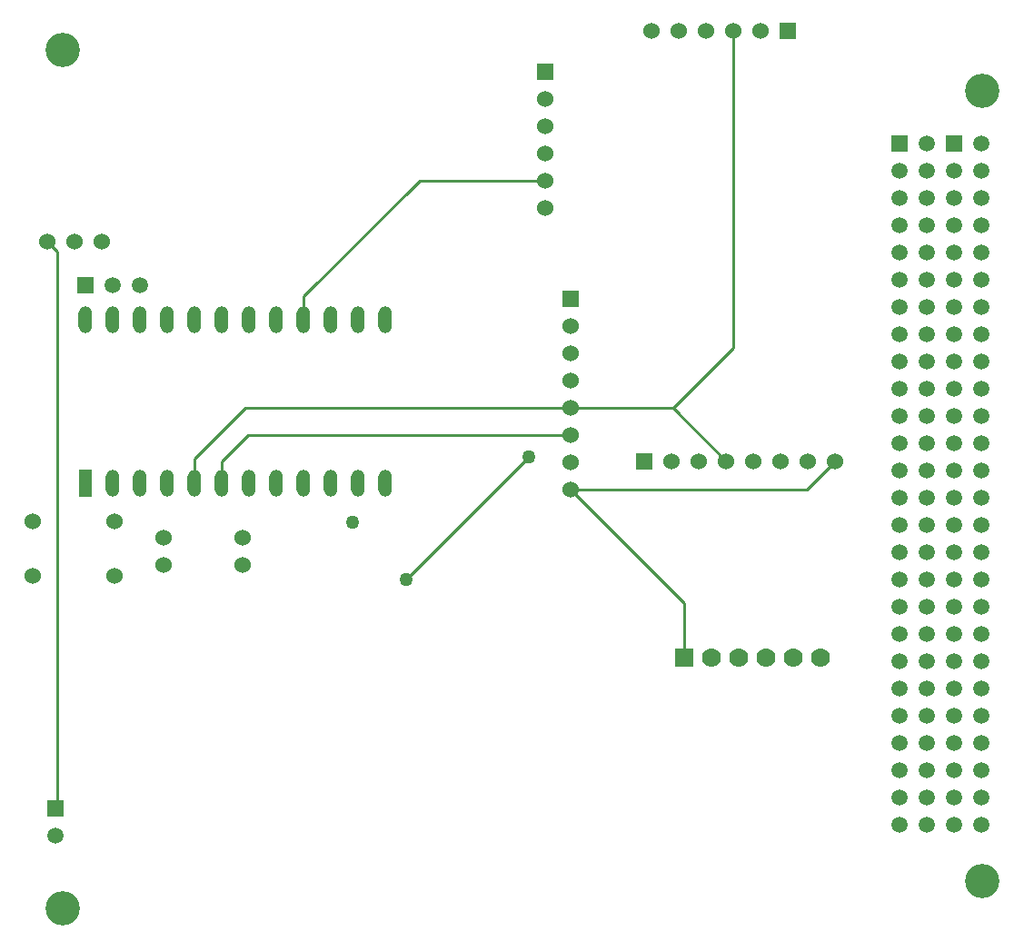
<source format=gbl>
%FSDAX24Y24*%
%MOIN*%
%SFA1B1*%

%IPPOS*%
%ADD11C,0.010000*%
%ADD12R,0.059100X0.059100*%
%ADD13C,0.059100*%
%ADD14C,0.060000*%
%ADD15R,0.059100X0.059100*%
%ADD16R,0.060000X0.060000*%
%ADD17R,0.070000X0.070000*%
%ADD18C,0.070000*%
%ADD19R,0.060000X0.060000*%
%ADD20C,0.126000*%
%ADD21O,0.050000X0.100000*%
%ADD22R,0.050000X0.100000*%
%ADD23C,0.050000*%
%LNbluesatpc104template-1*%
%LPC*%
G36*
X038940Y044600D02*
X038590D01*
Y044250*
X038940*
Y044600*
G37*
G36*
X038490D02*
X038140D01*
Y044250*
X038490*
Y044600*
G37*
G36*
X038940Y044150D02*
X038590D01*
Y043800*
X038940*
Y044150*
G37*
G36*
X038490D02*
X038140D01*
Y043800*
X038490*
Y044150*
G37*
G36*
X037540Y044603D02*
X037436Y044590D01*
X037338Y044549*
X037255Y044485*
X037191Y044402*
X037150Y044304*
X037137Y044200*
X037150Y044096*
X037191Y043998*
X037255Y043915*
X037338Y043851*
X037436Y043810*
X037540Y043797*
X037644Y043810*
X037742Y043851*
X037825Y043915*
X037889Y043998*
X037930Y044096*
X037943Y044200*
X037930Y044304*
X037889Y044402*
X037825Y044485*
X037742Y044549*
X037644Y044590*
X037540Y044603*
G37*
G36*
X035540D02*
X035436Y044590D01*
X035338Y044549*
X035255Y044485*
X035191Y044402*
X035150Y044304*
X035137Y044200*
X035150Y044096*
X035191Y043998*
X035255Y043915*
X035338Y043851*
X035436Y043810*
X035540Y043797*
X035644Y043810*
X035742Y043851*
X035825Y043915*
X035889Y043998*
X035930Y044096*
X035943Y044200*
X035930Y044304*
X035889Y044402*
X035825Y044485*
X035742Y044549*
X035644Y044590*
X035540Y044603*
G37*
G36*
X034540D02*
X034436Y044590D01*
X034338Y044549*
X034255Y044485*
X034191Y044402*
X034150Y044304*
X034137Y044200*
X034150Y044096*
X034191Y043998*
X034255Y043915*
X034338Y043851*
X034436Y043810*
X034540Y043797*
X034644Y043810*
X034742Y043851*
X034825Y043915*
X034889Y043998*
X034930Y044096*
X034943Y044200*
X034930Y044304*
X034889Y044402*
X034825Y044485*
X034742Y044549*
X034644Y044590*
X034540Y044603*
G37*
G36*
X033540D02*
X033436Y044590D01*
X033338Y044549*
X033255Y044485*
X033191Y044402*
X033150Y044304*
X033137Y044200*
X033150Y044096*
X033191Y043998*
X033255Y043915*
X033338Y043851*
X033436Y043810*
X033540Y043797*
X033644Y043810*
X033742Y043851*
X033825Y043915*
X033889Y043998*
X033930Y044096*
X033943Y044200*
X033930Y044304*
X033889Y044402*
X033825Y044485*
X033742Y044549*
X033644Y044590*
X033540Y044603*
G37*
G36*
X011940Y044234D02*
X011797Y044219D01*
X011659Y044178*
X011532Y044110*
X011421Y044019*
X011330Y043908*
X011262Y043781*
X011221Y043643*
X011206Y043500*
X011221Y043357*
X011262Y043219*
X011330Y043092*
X011421Y042981*
X011532Y042890*
X011659Y042822*
X011797Y042781*
X011940Y042766*
X012083Y042781*
X012221Y042822*
X012348Y042890*
X012459Y042981*
X012550Y043092*
X012618Y043219*
X012659Y043357*
X012674Y043500*
X012659Y043643*
X012618Y043781*
X012550Y043908*
X012459Y044019*
X012348Y044110*
X012221Y044178*
X012083Y044219*
X011940Y044234*
G37*
G36*
X030040Y043100D02*
X029690D01*
Y042750*
X030040*
Y043100*
G37*
G36*
X029590D02*
X029240D01*
Y042750*
X029590*
Y043100*
G37*
G36*
X030040Y042650D02*
X029690D01*
Y042300*
X030040*
Y042650*
G37*
G36*
X029590D02*
X029240D01*
Y042300*
X029590*
Y042650*
G37*
G36*
X029640Y042103D02*
X029536Y042090D01*
X029438Y042049*
X029355Y041985*
X029291Y041902*
X029250Y041804*
X029237Y041700*
X029250Y041596*
X029291Y041498*
X029355Y041415*
X029438Y041351*
X029536Y041310*
X029640Y041297*
X029744Y041310*
X029842Y041351*
X029925Y041415*
X029989Y041498*
X030030Y041596*
X030043Y041700*
X030030Y041804*
X029989Y041902*
X029925Y041985*
X029842Y042049*
X029744Y042090*
X029640Y042103*
G37*
G36*
X045690Y042734D02*
X045547Y042719D01*
X045409Y042678*
X045282Y042610*
X045171Y042519*
X045080Y042408*
X045012Y042281*
X044971Y042143*
X044956Y042000*
X044971Y041857*
X045012Y041719*
X045080Y041592*
X045171Y041481*
X045282Y041390*
X045409Y041322*
X045547Y041281*
X045690Y041266*
X045833Y041281*
X045971Y041322*
X046098Y041390*
X046209Y041481*
X046300Y041592*
X046368Y041719*
X046409Y041857*
X046424Y042000*
X046409Y042143*
X046368Y042281*
X046300Y042408*
X046209Y042519*
X046098Y042610*
X045971Y042678*
X045833Y042719*
X045690Y042734*
G37*
G36*
X029640Y041103D02*
X029536Y041090D01*
X029438Y041049*
X029355Y040985*
X029291Y040902*
X029250Y040804*
X029237Y040700*
X029250Y040596*
X029291Y040498*
X029355Y040415*
X029438Y040351*
X029536Y040310*
X029640Y040297*
X029744Y040310*
X029842Y040351*
X029925Y040415*
X029989Y040498*
X030030Y040596*
X030043Y040700*
X030030Y040804*
X029989Y040902*
X029925Y040985*
X029842Y041049*
X029744Y041090*
X029640Y041103*
G37*
G36*
X045054Y040437D02*
X044263D01*
Y039647*
X045054*
Y040437*
G37*
G36*
X043054D02*
X042263D01*
Y039647*
X043054*
Y040437*
G37*
G36*
X045658Y040441D02*
X045555Y040427D01*
X045459Y040387*
X045377Y040324*
X045313Y040241*
X045273Y040145*
X045260Y040042*
X045273Y039939*
X045313Y039843*
X045377Y039760*
X045459Y039697*
X045555Y039657*
X045658Y039643*
X045762Y039657*
X045858Y039697*
X045940Y039760*
X046004Y039843*
X046044Y039939*
X046057Y040042*
X046044Y040145*
X046004Y040241*
X045940Y040324*
X045858Y040387*
X045762Y040427*
X045658Y040441*
G37*
G36*
X043658D02*
X043555Y040427D01*
X043459Y040387*
X043377Y040324*
X043313Y040241*
X043273Y040145*
X043260Y040042*
X043273Y039939*
X043313Y039843*
X043377Y039760*
X043459Y039697*
X043555Y039657*
X043658Y039643*
X043762Y039657*
X043858Y039697*
X043940Y039760*
X044004Y039843*
X044044Y039939*
X044057Y040042*
X044044Y040145*
X044004Y040241*
X043940Y040324*
X043858Y040387*
X043762Y040427*
X043658Y040441*
G37*
G36*
X029640Y040103D02*
X029536Y040090D01*
X029438Y040049*
X029355Y039985*
X029291Y039902*
X029250Y039804*
X029237Y039700*
X029250Y039596*
X029291Y039498*
X029355Y039415*
X029438Y039351*
X029536Y039310*
X029640Y039297*
X029744Y039310*
X029842Y039351*
X029925Y039415*
X029989Y039498*
X030030Y039596*
X030043Y039700*
X030030Y039804*
X029989Y039902*
X029925Y039985*
X029842Y040049*
X029744Y040090*
X029640Y040103*
G37*
G36*
X045658Y039441D02*
X045555Y039427D01*
X045459Y039387*
X045377Y039324*
X045313Y039241*
X045273Y039145*
X045260Y039042*
X045273Y038939*
X045313Y038843*
X045377Y038760*
X045459Y038697*
X045555Y038657*
X045658Y038643*
X045762Y038657*
X045858Y038697*
X045940Y038760*
X046004Y038843*
X046044Y038939*
X046057Y039042*
X046044Y039145*
X046004Y039241*
X045940Y039324*
X045858Y039387*
X045762Y039427*
X045658Y039441*
G37*
G36*
X044658D02*
X044555Y039427D01*
X044459Y039387*
X044377Y039324*
X044313Y039241*
X044273Y039145*
X044260Y039042*
X044273Y038939*
X044313Y038843*
X044377Y038760*
X044459Y038697*
X044555Y038657*
X044658Y038643*
X044762Y038657*
X044858Y038697*
X044940Y038760*
X045004Y038843*
X045044Y038939*
X045057Y039042*
X045044Y039145*
X045004Y039241*
X044940Y039324*
X044858Y039387*
X044762Y039427*
X044658Y039441*
G37*
G36*
X043658D02*
X043555Y039427D01*
X043459Y039387*
X043377Y039324*
X043313Y039241*
X043273Y039145*
X043260Y039042*
X043273Y038939*
X043313Y038843*
X043377Y038760*
X043459Y038697*
X043555Y038657*
X043658Y038643*
X043762Y038657*
X043858Y038697*
X043940Y038760*
X044004Y038843*
X044044Y038939*
X044057Y039042*
X044044Y039145*
X044004Y039241*
X043940Y039324*
X043858Y039387*
X043762Y039427*
X043658Y039441*
G37*
G36*
X042659D02*
X042555Y039427D01*
X042459Y039387*
X042377Y039324*
X042313Y039241*
X042273Y039145*
X042260Y039042*
X042273Y038939*
X042313Y038843*
X042377Y038760*
X042459Y038697*
X042555Y038657*
X042659Y038643*
X042762Y038657*
X042858Y038697*
X042940Y038760*
X043004Y038843*
X043044Y038939*
X043057Y039042*
X043044Y039145*
X043004Y039241*
X042940Y039324*
X042858Y039387*
X042762Y039427*
X042659Y039441*
G37*
G36*
X029640Y039103D02*
X029536Y039090D01*
X029438Y039049*
X029355Y038985*
X029291Y038902*
X029270Y038853*
X025040*
X024981Y038841*
X024932Y038808*
X020682Y034558*
X020649Y034509*
X020637Y034450*
Y034165*
X020613Y034156*
X020540Y034100*
X020484Y034027*
X020449Y033941*
X020437Y033850*
Y033350*
X020449Y033259*
X020484Y033173*
X020540Y033100*
X020613Y033044*
X020699Y033009*
X020790Y032997*
X020881Y033009*
X020967Y033044*
X021040Y033100*
X021096Y033173*
X021131Y033259*
X021143Y033350*
Y033850*
X021131Y033941*
X021096Y034027*
X021040Y034100*
X020967Y034156*
X020943Y034165*
Y034387*
X025103Y038547*
X029270*
X029291Y038498*
X029355Y038415*
X029438Y038351*
X029536Y038310*
X029640Y038297*
X029744Y038310*
X029842Y038351*
X029925Y038415*
X029989Y038498*
X030030Y038596*
X030043Y038700*
X030030Y038804*
X029989Y038902*
X029925Y038985*
X029842Y039049*
X029744Y039090*
X029640Y039103*
G37*
G36*
X045658Y038441D02*
X045555Y038427D01*
X045459Y038387*
X045377Y038324*
X045313Y038241*
X045273Y038145*
X045260Y038042*
X045273Y037939*
X045313Y037843*
X045377Y037760*
X045459Y037697*
X045555Y037657*
X045658Y037643*
X045762Y037657*
X045858Y037697*
X045940Y037760*
X046004Y037843*
X046044Y037939*
X046057Y038042*
X046044Y038145*
X046004Y038241*
X045940Y038324*
X045858Y038387*
X045762Y038427*
X045658Y038441*
G37*
G36*
X044658D02*
X044555Y038427D01*
X044459Y038387*
X044377Y038324*
X044313Y038241*
X044273Y038145*
X044260Y038042*
X044273Y037939*
X044313Y037843*
X044377Y037760*
X044459Y037697*
X044555Y037657*
X044658Y037643*
X044762Y037657*
X044858Y037697*
X044940Y037760*
X045004Y037843*
X045044Y037939*
X045057Y038042*
X045044Y038145*
X045004Y038241*
X044940Y038324*
X044858Y038387*
X044762Y038427*
X044658Y038441*
G37*
G36*
X043658D02*
X043555Y038427D01*
X043459Y038387*
X043377Y038324*
X043313Y038241*
X043273Y038145*
X043260Y038042*
X043273Y037939*
X043313Y037843*
X043377Y037760*
X043459Y037697*
X043555Y037657*
X043658Y037643*
X043762Y037657*
X043858Y037697*
X043940Y037760*
X044004Y037843*
X044044Y037939*
X044057Y038042*
X044044Y038145*
X044004Y038241*
X043940Y038324*
X043858Y038387*
X043762Y038427*
X043658Y038441*
G37*
G36*
X042659D02*
X042555Y038427D01*
X042459Y038387*
X042377Y038324*
X042313Y038241*
X042273Y038145*
X042260Y038042*
X042273Y037939*
X042313Y037843*
X042377Y037760*
X042459Y037697*
X042555Y037657*
X042659Y037643*
X042762Y037657*
X042858Y037697*
X042940Y037760*
X043004Y037843*
X043044Y037939*
X043057Y038042*
X043044Y038145*
X043004Y038241*
X042940Y038324*
X042858Y038387*
X042762Y038427*
X042659Y038441*
G37*
G36*
X029640Y038103D02*
X029536Y038090D01*
X029438Y038049*
X029355Y037985*
X029291Y037902*
X029250Y037804*
X029237Y037700*
X029250Y037596*
X029291Y037498*
X029355Y037415*
X029438Y037351*
X029536Y037310*
X029640Y037297*
X029744Y037310*
X029842Y037351*
X029925Y037415*
X029989Y037498*
X030030Y037596*
X030043Y037700*
X030030Y037804*
X029989Y037902*
X029925Y037985*
X029842Y038049*
X029744Y038090*
X029640Y038103*
G37*
G36*
X045658Y037441D02*
X045555Y037427D01*
X045459Y037387*
X045377Y037324*
X045313Y037241*
X045273Y037145*
X045260Y037042*
X045273Y036939*
X045313Y036843*
X045377Y036760*
X045459Y036697*
X045555Y036657*
X045658Y036643*
X045762Y036657*
X045858Y036697*
X045940Y036760*
X046004Y036843*
X046044Y036939*
X046057Y037042*
X046044Y037145*
X046004Y037241*
X045940Y037324*
X045858Y037387*
X045762Y037427*
X045658Y037441*
G37*
G36*
X044658D02*
X044555Y037427D01*
X044459Y037387*
X044377Y037324*
X044313Y037241*
X044273Y037145*
X044260Y037042*
X044273Y036939*
X044313Y036843*
X044377Y036760*
X044459Y036697*
X044555Y036657*
X044658Y036643*
X044762Y036657*
X044858Y036697*
X044940Y036760*
X045004Y036843*
X045044Y036939*
X045057Y037042*
X045044Y037145*
X045004Y037241*
X044940Y037324*
X044858Y037387*
X044762Y037427*
X044658Y037441*
G37*
G36*
X043658D02*
X043555Y037427D01*
X043459Y037387*
X043377Y037324*
X043313Y037241*
X043273Y037145*
X043260Y037042*
X043273Y036939*
X043313Y036843*
X043377Y036760*
X043459Y036697*
X043555Y036657*
X043658Y036643*
X043762Y036657*
X043858Y036697*
X043940Y036760*
X044004Y036843*
X044044Y036939*
X044057Y037042*
X044044Y037145*
X044004Y037241*
X043940Y037324*
X043858Y037387*
X043762Y037427*
X043658Y037441*
G37*
G36*
X042659D02*
X042555Y037427D01*
X042459Y037387*
X042377Y037324*
X042313Y037241*
X042273Y037145*
X042260Y037042*
X042273Y036939*
X042313Y036843*
X042377Y036760*
X042459Y036697*
X042555Y036657*
X042659Y036643*
X042762Y036657*
X042858Y036697*
X042940Y036760*
X043004Y036843*
X043044Y036939*
X043057Y037042*
X043044Y037145*
X043004Y037241*
X042940Y037324*
X042858Y037387*
X042762Y037427*
X042659Y037441*
G37*
G36*
X013390Y036853D02*
X013286Y036840D01*
X013188Y036799*
X013105Y036735*
X013041Y036652*
X013000Y036554*
X012987Y036450*
X013000Y036346*
X013041Y036248*
X013105Y036165*
X013188Y036101*
X013286Y036060*
X013390Y036047*
X013494Y036060*
X013592Y036101*
X013675Y036165*
X013739Y036248*
X013780Y036346*
X013793Y036450*
X013780Y036554*
X013739Y036652*
X013675Y036735*
X013592Y036799*
X013494Y036840*
X013390Y036853*
G37*
G36*
X012390D02*
X012286Y036840D01*
X012188Y036799*
X012105Y036735*
X012041Y036652*
X012000Y036554*
X011987Y036450*
X012000Y036346*
X012041Y036248*
X012105Y036165*
X012188Y036101*
X012286Y036060*
X012390Y036047*
X012494Y036060*
X012592Y036101*
X012675Y036165*
X012739Y036248*
X012780Y036346*
X012793Y036450*
X012780Y036554*
X012739Y036652*
X012675Y036735*
X012592Y036799*
X012494Y036840*
X012390Y036853*
G37*
G36*
X045658Y036441D02*
X045555Y036427D01*
X045459Y036387*
X045377Y036324*
X045313Y036241*
X045273Y036145*
X045260Y036042*
X045273Y035939*
X045313Y035843*
X045377Y035760*
X045459Y035697*
X045555Y035657*
X045658Y035643*
X045762Y035657*
X045858Y035697*
X045940Y035760*
X046004Y035843*
X046044Y035939*
X046057Y036042*
X046044Y036145*
X046004Y036241*
X045940Y036324*
X045858Y036387*
X045762Y036427*
X045658Y036441*
G37*
G36*
X044658D02*
X044555Y036427D01*
X044459Y036387*
X044377Y036324*
X044313Y036241*
X044273Y036145*
X044260Y036042*
X044273Y035939*
X044313Y035843*
X044377Y035760*
X044459Y035697*
X044555Y035657*
X044658Y035643*
X044762Y035657*
X044858Y035697*
X044940Y035760*
X045004Y035843*
X045044Y035939*
X045057Y036042*
X045044Y036145*
X045004Y036241*
X044940Y036324*
X044858Y036387*
X044762Y036427*
X044658Y036441*
G37*
G36*
X043658D02*
X043555Y036427D01*
X043459Y036387*
X043377Y036324*
X043313Y036241*
X043273Y036145*
X043260Y036042*
X043273Y035939*
X043313Y035843*
X043377Y035760*
X043459Y035697*
X043555Y035657*
X043658Y035643*
X043762Y035657*
X043858Y035697*
X043940Y035760*
X044004Y035843*
X044044Y035939*
X044057Y036042*
X044044Y036145*
X044004Y036241*
X043940Y036324*
X043858Y036387*
X043762Y036427*
X043658Y036441*
G37*
G36*
X042659D02*
X042555Y036427D01*
X042459Y036387*
X042377Y036324*
X042313Y036241*
X042273Y036145*
X042260Y036042*
X042273Y035939*
X042313Y035843*
X042377Y035760*
X042459Y035697*
X042555Y035657*
X042659Y035643*
X042762Y035657*
X042858Y035697*
X042940Y035760*
X043004Y035843*
X043044Y035939*
X043057Y036042*
X043044Y036145*
X043004Y036241*
X042940Y036324*
X042858Y036387*
X042762Y036427*
X042659Y036441*
G37*
G36*
X045658Y035441D02*
X045555Y035427D01*
X045459Y035387*
X045377Y035324*
X045313Y035241*
X045273Y035145*
X045260Y035042*
X045273Y034939*
X045313Y034843*
X045377Y034760*
X045459Y034697*
X045555Y034657*
X045658Y034643*
X045762Y034657*
X045858Y034697*
X045940Y034760*
X046004Y034843*
X046044Y034939*
X046057Y035042*
X046044Y035145*
X046004Y035241*
X045940Y035324*
X045858Y035387*
X045762Y035427*
X045658Y035441*
G37*
G36*
X044658D02*
X044555Y035427D01*
X044459Y035387*
X044377Y035324*
X044313Y035241*
X044273Y035145*
X044260Y035042*
X044273Y034939*
X044313Y034843*
X044377Y034760*
X044459Y034697*
X044555Y034657*
X044658Y034643*
X044762Y034657*
X044858Y034697*
X044940Y034760*
X045004Y034843*
X045044Y034939*
X045057Y035042*
X045044Y035145*
X045004Y035241*
X044940Y035324*
X044858Y035387*
X044762Y035427*
X044658Y035441*
G37*
G36*
X043658D02*
X043555Y035427D01*
X043459Y035387*
X043377Y035324*
X043313Y035241*
X043273Y035145*
X043260Y035042*
X043273Y034939*
X043313Y034843*
X043377Y034760*
X043459Y034697*
X043555Y034657*
X043658Y034643*
X043762Y034657*
X043858Y034697*
X043940Y034760*
X044004Y034843*
X044044Y034939*
X044057Y035042*
X044044Y035145*
X044004Y035241*
X043940Y035324*
X043858Y035387*
X043762Y035427*
X043658Y035441*
G37*
G36*
X042659D02*
X042555Y035427D01*
X042459Y035387*
X042377Y035324*
X042313Y035241*
X042273Y035145*
X042260Y035042*
X042273Y034939*
X042313Y034843*
X042377Y034760*
X042459Y034697*
X042555Y034657*
X042659Y034643*
X042762Y034657*
X042858Y034697*
X042940Y034760*
X043004Y034843*
X043044Y034939*
X043057Y035042*
X043044Y035145*
X043004Y035241*
X042940Y035324*
X042858Y035387*
X042762Y035427*
X042659Y035441*
G37*
G36*
X013185Y035245D02*
X012395D01*
Y034455*
X013185*
Y035245*
G37*
G36*
X014790Y035249D02*
X014687Y035235D01*
X014591Y035195*
X014508Y035132*
X014445Y035049*
X014405Y034953*
X014391Y034850*
X014405Y034747*
X014445Y034651*
X014508Y034568*
X014591Y034505*
X014687Y034465*
X014790Y034451*
X014893Y034465*
X014989Y034505*
X015072Y034568*
X015135Y034651*
X015175Y034747*
X015189Y034850*
X015175Y034953*
X015135Y035049*
X015072Y035132*
X014989Y035195*
X014893Y035235*
X014790Y035249*
G37*
G36*
X013790D02*
X013687Y035235D01*
X013591Y035195*
X013508Y035132*
X013445Y035049*
X013405Y034953*
X013391Y034850*
X013405Y034747*
X013445Y034651*
X013508Y034568*
X013591Y034505*
X013687Y034465*
X013790Y034451*
X013893Y034465*
X013989Y034505*
X014072Y034568*
X014135Y034651*
X014175Y034747*
X014189Y034850*
X014175Y034953*
X014135Y035049*
X014072Y035132*
X013989Y035195*
X013893Y035235*
X013790Y035249*
G37*
G36*
X030990Y034750D02*
X030190D01*
Y033950*
X030990*
Y034750*
G37*
G36*
X013840Y034196D02*
Y033650D01*
X014143*
Y033850*
X014131Y033941*
X014096Y034027*
X014040Y034100*
X013967Y034156*
X013881Y034191*
X013840Y034196*
G37*
G36*
X013740D02*
X013699Y034191D01*
X013613Y034156*
X013540Y034100*
X013484Y034027*
X013449Y033941*
X013437Y033850*
Y033650*
X013740*
Y034196*
G37*
G36*
X045658Y034441D02*
X045555Y034427D01*
X045459Y034387*
X045377Y034324*
X045313Y034241*
X045273Y034145*
X045260Y034042*
X045273Y033939*
X045313Y033843*
X045377Y033760*
X045459Y033697*
X045555Y033657*
X045658Y033643*
X045762Y033657*
X045858Y033697*
X045940Y033760*
X046004Y033843*
X046044Y033939*
X046057Y034042*
X046044Y034145*
X046004Y034241*
X045940Y034324*
X045858Y034387*
X045762Y034427*
X045658Y034441*
G37*
G36*
X044658D02*
X044555Y034427D01*
X044459Y034387*
X044377Y034324*
X044313Y034241*
X044273Y034145*
X044260Y034042*
X044273Y033939*
X044313Y033843*
X044377Y033760*
X044459Y033697*
X044555Y033657*
X044658Y033643*
X044762Y033657*
X044858Y033697*
X044940Y033760*
X045004Y033843*
X045044Y033939*
X045057Y034042*
X045044Y034145*
X045004Y034241*
X044940Y034324*
X044858Y034387*
X044762Y034427*
X044658Y034441*
G37*
G36*
X043658D02*
X043555Y034427D01*
X043459Y034387*
X043377Y034324*
X043313Y034241*
X043273Y034145*
X043260Y034042*
X043273Y033939*
X043313Y033843*
X043377Y033760*
X043459Y033697*
X043555Y033657*
X043658Y033643*
X043762Y033657*
X043858Y033697*
X043940Y033760*
X044004Y033843*
X044044Y033939*
X044057Y034042*
X044044Y034145*
X044004Y034241*
X043940Y034324*
X043858Y034387*
X043762Y034427*
X043658Y034441*
G37*
G36*
X042659D02*
X042555Y034427D01*
X042459Y034387*
X042377Y034324*
X042313Y034241*
X042273Y034145*
X042260Y034042*
X042273Y033939*
X042313Y033843*
X042377Y033760*
X042459Y033697*
X042555Y033657*
X042659Y033643*
X042762Y033657*
X042858Y033697*
X042940Y033760*
X043004Y033843*
X043044Y033939*
X043057Y034042*
X043044Y034145*
X043004Y034241*
X042940Y034324*
X042858Y034387*
X042762Y034427*
X042659Y034441*
G37*
G36*
X014143Y033550D02*
X013840D01*
Y033004*
X013881Y033009*
X013967Y033044*
X014040Y033100*
X014096Y033173*
X014131Y033259*
X014143Y033350*
Y033550*
G37*
G36*
X013740D02*
X013437D01*
Y033350*
X013449Y033259*
X013484Y033173*
X013540Y033100*
X013613Y033044*
X013699Y033009*
X013740Y033004*
Y033550*
G37*
G36*
X023790Y034203D02*
X023699Y034191D01*
X023613Y034156*
X023540Y034100*
X023484Y034027*
X023449Y033941*
X023437Y033850*
Y033350*
X023449Y033259*
X023484Y033173*
X023540Y033100*
X023613Y033044*
X023699Y033009*
X023790Y032997*
X023881Y033009*
X023967Y033044*
X024040Y033100*
X024096Y033173*
X024131Y033259*
X024143Y033350*
Y033850*
X024131Y033941*
X024096Y034027*
X024040Y034100*
X023967Y034156*
X023881Y034191*
X023790Y034203*
G37*
G36*
X022790D02*
X022699Y034191D01*
X022613Y034156*
X022540Y034100*
X022484Y034027*
X022449Y033941*
X022437Y033850*
Y033350*
X022449Y033259*
X022484Y033173*
X022540Y033100*
X022613Y033044*
X022699Y033009*
X022790Y032997*
X022881Y033009*
X022967Y033044*
X023040Y033100*
X023096Y033173*
X023131Y033259*
X023143Y033350*
Y033850*
X023131Y033941*
X023096Y034027*
X023040Y034100*
X022967Y034156*
X022881Y034191*
X022790Y034203*
G37*
G36*
X021790D02*
X021699Y034191D01*
X021613Y034156*
X021540Y034100*
X021484Y034027*
X021449Y033941*
X021437Y033850*
Y033350*
X021449Y033259*
X021484Y033173*
X021540Y033100*
X021613Y033044*
X021699Y033009*
X021790Y032997*
X021881Y033009*
X021967Y033044*
X022040Y033100*
X022096Y033173*
X022131Y033259*
X022143Y033350*
Y033850*
X022131Y033941*
X022096Y034027*
X022040Y034100*
X021967Y034156*
X021881Y034191*
X021790Y034203*
G37*
G36*
X019790D02*
X019699Y034191D01*
X019613Y034156*
X019540Y034100*
X019484Y034027*
X019449Y033941*
X019437Y033850*
Y033350*
X019449Y033259*
X019484Y033173*
X019540Y033100*
X019613Y033044*
X019699Y033009*
X019790Y032997*
X019881Y033009*
X019967Y033044*
X020040Y033100*
X020096Y033173*
X020131Y033259*
X020143Y033350*
Y033850*
X020131Y033941*
X020096Y034027*
X020040Y034100*
X019967Y034156*
X019881Y034191*
X019790Y034203*
G37*
G36*
X018790D02*
X018699Y034191D01*
X018613Y034156*
X018540Y034100*
X018484Y034027*
X018449Y033941*
X018437Y033850*
Y033350*
X018449Y033259*
X018484Y033173*
X018540Y033100*
X018613Y033044*
X018699Y033009*
X018790Y032997*
X018881Y033009*
X018967Y033044*
X019040Y033100*
X019096Y033173*
X019131Y033259*
X019143Y033350*
Y033850*
X019131Y033941*
X019096Y034027*
X019040Y034100*
X018967Y034156*
X018881Y034191*
X018790Y034203*
G37*
G36*
X017790D02*
X017699Y034191D01*
X017613Y034156*
X017540Y034100*
X017484Y034027*
X017449Y033941*
X017437Y033850*
Y033350*
X017449Y033259*
X017484Y033173*
X017540Y033100*
X017613Y033044*
X017699Y033009*
X017790Y032997*
X017881Y033009*
X017967Y033044*
X018040Y033100*
X018096Y033173*
X018131Y033259*
X018143Y033350*
Y033850*
X018131Y033941*
X018096Y034027*
X018040Y034100*
X017967Y034156*
X017881Y034191*
X017790Y034203*
G37*
G36*
X016790D02*
X016699Y034191D01*
X016613Y034156*
X016540Y034100*
X016484Y034027*
X016449Y033941*
X016437Y033850*
Y033350*
X016449Y033259*
X016484Y033173*
X016540Y033100*
X016613Y033044*
X016699Y033009*
X016790Y032997*
X016881Y033009*
X016967Y033044*
X017040Y033100*
X017096Y033173*
X017131Y033259*
X017143Y033350*
Y033850*
X017131Y033941*
X017096Y034027*
X017040Y034100*
X016967Y034156*
X016881Y034191*
X016790Y034203*
G37*
G36*
X015790D02*
X015699Y034191D01*
X015613Y034156*
X015540Y034100*
X015484Y034027*
X015449Y033941*
X015437Y033850*
Y033350*
X015449Y033259*
X015484Y033173*
X015540Y033100*
X015613Y033044*
X015699Y033009*
X015790Y032997*
X015881Y033009*
X015967Y033044*
X016040Y033100*
X016096Y033173*
X016131Y033259*
X016143Y033350*
Y033850*
X016131Y033941*
X016096Y034027*
X016040Y034100*
X015967Y034156*
X015881Y034191*
X015790Y034203*
G37*
G36*
X014790D02*
X014699Y034191D01*
X014613Y034156*
X014540Y034100*
X014484Y034027*
X014449Y033941*
X014437Y033850*
Y033350*
X014449Y033259*
X014484Y033173*
X014540Y033100*
X014613Y033044*
X014699Y033009*
X014790Y032997*
X014881Y033009*
X014967Y033044*
X015040Y033100*
X015096Y033173*
X015131Y033259*
X015143Y033350*
Y033850*
X015131Y033941*
X015096Y034027*
X015040Y034100*
X014967Y034156*
X014881Y034191*
X014790Y034203*
G37*
G36*
X012790D02*
X012699Y034191D01*
X012613Y034156*
X012540Y034100*
X012484Y034027*
X012449Y033941*
X012437Y033850*
Y033350*
X012449Y033259*
X012484Y033173*
X012540Y033100*
X012613Y033044*
X012699Y033009*
X012790Y032997*
X012881Y033009*
X012967Y033044*
X013040Y033100*
X013096Y033173*
X013131Y033259*
X013143Y033350*
Y033850*
X013131Y033941*
X013096Y034027*
X013040Y034100*
X012967Y034156*
X012881Y034191*
X012790Y034203*
G37*
G36*
X030590Y033753D02*
X030486Y033740D01*
X030388Y033699*
X030305Y033635*
X030241Y033552*
X030200Y033454*
X030187Y033350*
X030200Y033246*
X030241Y033148*
X030305Y033065*
X030388Y033001*
X030486Y032960*
X030590Y032947*
X030694Y032960*
X030792Y033001*
X030875Y033065*
X030939Y033148*
X030980Y033246*
X030993Y033350*
X030980Y033454*
X030939Y033552*
X030875Y033635*
X030792Y033699*
X030694Y033740*
X030590Y033753*
G37*
G36*
X045658Y033441D02*
X045555Y033427D01*
X045459Y033387*
X045377Y033324*
X045313Y033241*
X045273Y033145*
X045260Y033042*
X045273Y032939*
X045313Y032843*
X045377Y032760*
X045459Y032697*
X045555Y032657*
X045658Y032643*
X045762Y032657*
X045858Y032697*
X045940Y032760*
X046004Y032843*
X046044Y032939*
X046057Y033042*
X046044Y033145*
X046004Y033241*
X045940Y033324*
X045858Y033387*
X045762Y033427*
X045658Y033441*
G37*
G36*
X044658D02*
X044555Y033427D01*
X044459Y033387*
X044377Y033324*
X044313Y033241*
X044273Y033145*
X044260Y033042*
X044273Y032939*
X044313Y032843*
X044377Y032760*
X044459Y032697*
X044555Y032657*
X044658Y032643*
X044762Y032657*
X044858Y032697*
X044940Y032760*
X045004Y032843*
X045044Y032939*
X045057Y033042*
X045044Y033145*
X045004Y033241*
X044940Y033324*
X044858Y033387*
X044762Y033427*
X044658Y033441*
G37*
G36*
X043658D02*
X043555Y033427D01*
X043459Y033387*
X043377Y033324*
X043313Y033241*
X043273Y033145*
X043260Y033042*
X043273Y032939*
X043313Y032843*
X043377Y032760*
X043459Y032697*
X043555Y032657*
X043658Y032643*
X043762Y032657*
X043858Y032697*
X043940Y032760*
X044004Y032843*
X044044Y032939*
X044057Y033042*
X044044Y033145*
X044004Y033241*
X043940Y033324*
X043858Y033387*
X043762Y033427*
X043658Y033441*
G37*
G36*
X042659D02*
X042555Y033427D01*
X042459Y033387*
X042377Y033324*
X042313Y033241*
X042273Y033145*
X042260Y033042*
X042273Y032939*
X042313Y032843*
X042377Y032760*
X042459Y032697*
X042555Y032657*
X042659Y032643*
X042762Y032657*
X042858Y032697*
X042940Y032760*
X043004Y032843*
X043044Y032939*
X043057Y033042*
X043044Y033145*
X043004Y033241*
X042940Y033324*
X042858Y033387*
X042762Y033427*
X042659Y033441*
G37*
G36*
X030590Y032753D02*
X030486Y032740D01*
X030388Y032699*
X030305Y032635*
X030241Y032552*
X030200Y032454*
X030187Y032350*
X030200Y032246*
X030241Y032148*
X030305Y032065*
X030388Y032001*
X030486Y031960*
X030590Y031947*
X030694Y031960*
X030792Y032001*
X030875Y032065*
X030939Y032148*
X030980Y032246*
X030993Y032350*
X030980Y032454*
X030939Y032552*
X030875Y032635*
X030792Y032699*
X030694Y032740*
X030590Y032753*
G37*
G36*
X045658Y032441D02*
X045555Y032427D01*
X045459Y032387*
X045377Y032324*
X045313Y032241*
X045273Y032145*
X045260Y032042*
X045273Y031939*
X045313Y031843*
X045377Y031760*
X045459Y031697*
X045555Y031657*
X045658Y031643*
X045762Y031657*
X045858Y031697*
X045940Y031760*
X046004Y031843*
X046044Y031939*
X046057Y032042*
X046044Y032145*
X046004Y032241*
X045940Y032324*
X045858Y032387*
X045762Y032427*
X045658Y032441*
G37*
G36*
X044658D02*
X044555Y032427D01*
X044459Y032387*
X044377Y032324*
X044313Y032241*
X044273Y032145*
X044260Y032042*
X044273Y031939*
X044313Y031843*
X044377Y031760*
X044459Y031697*
X044555Y031657*
X044658Y031643*
X044762Y031657*
X044858Y031697*
X044940Y031760*
X045004Y031843*
X045044Y031939*
X045057Y032042*
X045044Y032145*
X045004Y032241*
X044940Y032324*
X044858Y032387*
X044762Y032427*
X044658Y032441*
G37*
G36*
X043658D02*
X043555Y032427D01*
X043459Y032387*
X043377Y032324*
X043313Y032241*
X043273Y032145*
X043260Y032042*
X043273Y031939*
X043313Y031843*
X043377Y031760*
X043459Y031697*
X043555Y031657*
X043658Y031643*
X043762Y031657*
X043858Y031697*
X043940Y031760*
X044004Y031843*
X044044Y031939*
X044057Y032042*
X044044Y032145*
X044004Y032241*
X043940Y032324*
X043858Y032387*
X043762Y032427*
X043658Y032441*
G37*
G36*
X042659D02*
X042555Y032427D01*
X042459Y032387*
X042377Y032324*
X042313Y032241*
X042273Y032145*
X042260Y032042*
X042273Y031939*
X042313Y031843*
X042377Y031760*
X042459Y031697*
X042555Y031657*
X042659Y031643*
X042762Y031657*
X042858Y031697*
X042940Y031760*
X043004Y031843*
X043044Y031939*
X043057Y032042*
X043044Y032145*
X043004Y032241*
X042940Y032324*
X042858Y032387*
X042762Y032427*
X042659Y032441*
G37*
G36*
X030590Y031753D02*
X030486Y031740D01*
X030388Y031699*
X030305Y031635*
X030241Y031552*
X030200Y031454*
X030187Y031350*
X030200Y031246*
X030241Y031148*
X030305Y031065*
X030388Y031001*
X030486Y030960*
X030590Y030947*
X030694Y030960*
X030792Y031001*
X030875Y031065*
X030939Y031148*
X030980Y031246*
X030993Y031350*
X030980Y031454*
X030939Y031552*
X030875Y031635*
X030792Y031699*
X030694Y031740*
X030590Y031753*
G37*
G36*
X045658Y031441D02*
X045555Y031427D01*
X045459Y031387*
X045377Y031324*
X045313Y031241*
X045273Y031145*
X045260Y031042*
X045273Y030939*
X045313Y030843*
X045377Y030760*
X045459Y030697*
X045555Y030657*
X045658Y030643*
X045762Y030657*
X045858Y030697*
X045940Y030760*
X046004Y030843*
X046044Y030939*
X046057Y031042*
X046044Y031145*
X046004Y031241*
X045940Y031324*
X045858Y031387*
X045762Y031427*
X045658Y031441*
G37*
G36*
X044658D02*
X044555Y031427D01*
X044459Y031387*
X044377Y031324*
X044313Y031241*
X044273Y031145*
X044260Y031042*
X044273Y030939*
X044313Y030843*
X044377Y030760*
X044459Y030697*
X044555Y030657*
X044658Y030643*
X044762Y030657*
X044858Y030697*
X044940Y030760*
X045004Y030843*
X045044Y030939*
X045057Y031042*
X045044Y031145*
X045004Y031241*
X044940Y031324*
X044858Y031387*
X044762Y031427*
X044658Y031441*
G37*
G36*
X043658D02*
X043555Y031427D01*
X043459Y031387*
X043377Y031324*
X043313Y031241*
X043273Y031145*
X043260Y031042*
X043273Y030939*
X043313Y030843*
X043377Y030760*
X043459Y030697*
X043555Y030657*
X043658Y030643*
X043762Y030657*
X043858Y030697*
X043940Y030760*
X044004Y030843*
X044044Y030939*
X044057Y031042*
X044044Y031145*
X044004Y031241*
X043940Y031324*
X043858Y031387*
X043762Y031427*
X043658Y031441*
G37*
G36*
X042659D02*
X042555Y031427D01*
X042459Y031387*
X042377Y031324*
X042313Y031241*
X042273Y031145*
X042260Y031042*
X042273Y030939*
X042313Y030843*
X042377Y030760*
X042459Y030697*
X042555Y030657*
X042659Y030643*
X042762Y030657*
X042858Y030697*
X042940Y030760*
X043004Y030843*
X043044Y030939*
X043057Y031042*
X043044Y031145*
X043004Y031241*
X042940Y031324*
X042858Y031387*
X042762Y031427*
X042659Y031441*
G37*
G36*
X036540Y044603D02*
X036436Y044590D01*
X036338Y044549*
X036255Y044485*
X036191Y044402*
X036150Y044304*
X036137Y044200*
X036150Y044096*
X036191Y043998*
X036255Y043915*
X036338Y043851*
X036387Y043830*
Y032613*
X034277Y030503*
X030960*
X030939Y030552*
X030875Y030635*
X030792Y030699*
X030694Y030740*
X030590Y030753*
X030486Y030740*
X030388Y030699*
X030305Y030635*
X030241Y030552*
X030220Y030503*
X018640*
X018581Y030491*
X018532Y030458*
X016682Y028608*
X016649Y028559*
X016637Y028500*
Y028165*
X016613Y028156*
X016540Y028100*
X016484Y028027*
X016449Y027941*
X016437Y027850*
Y027350*
X016449Y027259*
X016484Y027173*
X016540Y027100*
X016613Y027044*
X016699Y027009*
X016790Y026997*
X016881Y027009*
X016967Y027044*
X017040Y027100*
X017096Y027173*
X017131Y027259*
X017143Y027350*
Y027850*
X017131Y027941*
X017096Y028027*
X017040Y028100*
X016967Y028156*
X016943Y028165*
Y028437*
X018703Y030197*
X030220*
X030241Y030148*
X030305Y030065*
X030388Y030001*
X030486Y029960*
X030590Y029947*
X030694Y029960*
X030792Y030001*
X030875Y030065*
X030939Y030148*
X030960Y030197*
X034277*
X035921Y028553*
X035900Y028504*
X035887Y028400*
X035900Y028296*
X035941Y028198*
X036005Y028115*
X036088Y028051*
X036186Y028010*
X036290Y027997*
X036394Y028010*
X036492Y028051*
X036575Y028115*
X036639Y028198*
X036680Y028296*
X036693Y028400*
X036680Y028504*
X036639Y028602*
X036575Y028685*
X036492Y028749*
X036394Y028790*
X036290Y028803*
X036186Y028790*
X036137Y028770*
X034556Y030350*
X036648Y032442*
X036681Y032491*
X036693Y032550*
Y043830*
X036742Y043851*
X036825Y043915*
X036889Y043998*
X036930Y044096*
X036943Y044200*
X036930Y044304*
X036889Y044402*
X036825Y044485*
X036742Y044549*
X036644Y044590*
X036540Y044603*
G37*
G36*
X045658Y030441D02*
X045555Y030427D01*
X045459Y030387*
X045377Y030324*
X045313Y030241*
X045273Y030145*
X045260Y030042*
X045273Y029939*
X045313Y029843*
X045377Y029760*
X045459Y029697*
X045555Y029657*
X045658Y029643*
X045762Y029657*
X045858Y029697*
X045940Y029760*
X046004Y029843*
X046044Y029939*
X046057Y030042*
X046044Y030145*
X046004Y030241*
X045940Y030324*
X045858Y030387*
X045762Y030427*
X045658Y030441*
G37*
G36*
X044658D02*
X044555Y030427D01*
X044459Y030387*
X044377Y030324*
X044313Y030241*
X044273Y030145*
X044260Y030042*
X044273Y029939*
X044313Y029843*
X044377Y029760*
X044459Y029697*
X044555Y029657*
X044658Y029643*
X044762Y029657*
X044858Y029697*
X044940Y029760*
X045004Y029843*
X045044Y029939*
X045057Y030042*
X045044Y030145*
X045004Y030241*
X044940Y030324*
X044858Y030387*
X044762Y030427*
X044658Y030441*
G37*
G36*
X043658D02*
X043555Y030427D01*
X043459Y030387*
X043377Y030324*
X043313Y030241*
X043273Y030145*
X043260Y030042*
X043273Y029939*
X043313Y029843*
X043377Y029760*
X043459Y029697*
X043555Y029657*
X043658Y029643*
X043762Y029657*
X043858Y029697*
X043940Y029760*
X044004Y029843*
X044044Y029939*
X044057Y030042*
X044044Y030145*
X044004Y030241*
X043940Y030324*
X043858Y030387*
X043762Y030427*
X043658Y030441*
G37*
G36*
X042659D02*
X042555Y030427D01*
X042459Y030387*
X042377Y030324*
X042313Y030241*
X042273Y030145*
X042260Y030042*
X042273Y029939*
X042313Y029843*
X042377Y029760*
X042459Y029697*
X042555Y029657*
X042659Y029643*
X042762Y029657*
X042858Y029697*
X042940Y029760*
X043004Y029843*
X043044Y029939*
X043057Y030042*
X043044Y030145*
X043004Y030241*
X042940Y030324*
X042858Y030387*
X042762Y030427*
X042659Y030441*
G37*
G36*
X030590Y029753D02*
X030486Y029740D01*
X030388Y029699*
X030305Y029635*
X030241Y029552*
X030220Y029503*
X018740*
X018681Y029491*
X018632Y029458*
X017682Y028508*
X017649Y028459*
X017637Y028400*
Y028165*
X017613Y028156*
X017540Y028100*
X017484Y028027*
X017449Y027941*
X017437Y027850*
Y027350*
X017449Y027259*
X017484Y027173*
X017540Y027100*
X017613Y027044*
X017699Y027009*
X017790Y026997*
X017881Y027009*
X017967Y027044*
X018040Y027100*
X018096Y027173*
X018131Y027259*
X018143Y027350*
Y027850*
X018131Y027941*
X018096Y028027*
X018040Y028100*
X017967Y028156*
X017943Y028165*
Y028337*
X018803Y029197*
X030220*
X030241Y029148*
X030305Y029065*
X030388Y029001*
X030486Y028960*
X030590Y028947*
X030694Y028960*
X030792Y029001*
X030875Y029065*
X030939Y029148*
X030980Y029246*
X030993Y029350*
X030980Y029454*
X030939Y029552*
X030875Y029635*
X030792Y029699*
X030694Y029740*
X030590Y029753*
G37*
G36*
X045658Y029441D02*
X045555Y029427D01*
X045459Y029387*
X045377Y029324*
X045313Y029241*
X045273Y029145*
X045260Y029042*
X045273Y028939*
X045313Y028843*
X045377Y028760*
X045459Y028697*
X045555Y028657*
X045658Y028643*
X045762Y028657*
X045858Y028697*
X045940Y028760*
X046004Y028843*
X046044Y028939*
X046057Y029042*
X046044Y029145*
X046004Y029241*
X045940Y029324*
X045858Y029387*
X045762Y029427*
X045658Y029441*
G37*
G36*
X044658D02*
X044555Y029427D01*
X044459Y029387*
X044377Y029324*
X044313Y029241*
X044273Y029145*
X044260Y029042*
X044273Y028939*
X044313Y028843*
X044377Y028760*
X044459Y028697*
X044555Y028657*
X044658Y028643*
X044762Y028657*
X044858Y028697*
X044940Y028760*
X045004Y028843*
X045044Y028939*
X045057Y029042*
X045044Y029145*
X045004Y029241*
X044940Y029324*
X044858Y029387*
X044762Y029427*
X044658Y029441*
G37*
G36*
X043658D02*
X043555Y029427D01*
X043459Y029387*
X043377Y029324*
X043313Y029241*
X043273Y029145*
X043260Y029042*
X043273Y028939*
X043313Y028843*
X043377Y028760*
X043459Y028697*
X043555Y028657*
X043658Y028643*
X043762Y028657*
X043858Y028697*
X043940Y028760*
X044004Y028843*
X044044Y028939*
X044057Y029042*
X044044Y029145*
X044004Y029241*
X043940Y029324*
X043858Y029387*
X043762Y029427*
X043658Y029441*
G37*
G36*
X042659D02*
X042555Y029427D01*
X042459Y029387*
X042377Y029324*
X042313Y029241*
X042273Y029145*
X042260Y029042*
X042273Y028939*
X042313Y028843*
X042377Y028760*
X042459Y028697*
X042555Y028657*
X042659Y028643*
X042762Y028657*
X042858Y028697*
X042940Y028760*
X043004Y028843*
X043044Y028939*
X043057Y029042*
X043044Y029145*
X043004Y029241*
X042940Y029324*
X042858Y029387*
X042762Y029427*
X042659Y029441*
G37*
G36*
X038340Y028797D02*
Y028450D01*
X038687*
X038680Y028504*
X038639Y028602*
X038575Y028685*
X038492Y028749*
X038394Y028790*
X038340Y028797*
G37*
G36*
X038240D02*
X038186Y028790D01*
X038088Y028749*
X038005Y028685*
X037941Y028602*
X037900Y028504*
X037893Y028450*
X038240*
Y028797*
G37*
G36*
X030640Y028747D02*
Y028400D01*
X030987*
X030980Y028454*
X030939Y028552*
X030875Y028635*
X030792Y028699*
X030694Y028740*
X030640Y028747*
G37*
G36*
X030540D02*
X030486Y028740D01*
X030388Y028699*
X030305Y028635*
X030241Y028552*
X030200Y028454*
X030193Y028400*
X030540*
Y028747*
G37*
G36*
X029040Y028903D02*
X028949Y028891D01*
X028863Y028856*
X028790Y028800*
X028734Y028727*
X028699Y028641*
X028687Y028550*
X028699Y028459*
X028709Y028435*
X024655Y024381*
X024631Y024391*
X024540Y024403*
X024449Y024391*
X024363Y024356*
X024290Y024300*
X024234Y024227*
X024199Y024141*
X024187Y024050*
X024199Y023959*
X024234Y023873*
X024290Y023800*
X024363Y023744*
X024449Y023709*
X024540Y023697*
X024631Y023709*
X024717Y023744*
X024790Y023800*
X024846Y023873*
X024881Y023959*
X024893Y024050*
X024881Y024141*
X024871Y024165*
X028925Y028219*
X028949Y028209*
X029040Y028197*
X029131Y028209*
X029217Y028244*
X029290Y028300*
X029346Y028373*
X029381Y028459*
X029393Y028550*
X029381Y028641*
X029346Y028727*
X029290Y028800*
X029217Y028856*
X029131Y028891*
X029040Y028903*
G37*
G36*
X038687Y028350D02*
X038340D01*
Y028003*
X038394Y028010*
X038492Y028051*
X038575Y028115*
X038639Y028198*
X038680Y028296*
X038687Y028350*
G37*
G36*
X038240D02*
X037893D01*
X037900Y028296*
X037941Y028198*
X038005Y028115*
X038088Y028051*
X038186Y028010*
X038240Y028003*
Y028350*
G37*
G36*
X033690Y028800D02*
X032890D01*
Y028000*
X033690*
Y028800*
G37*
G36*
X040290Y028803D02*
X040186Y028790D01*
X040088Y028749*
X040005Y028685*
X039941Y028602*
X039900Y028504*
X039887Y028400*
X039900Y028296*
X039920Y028247*
X039177Y027503*
X030960*
X030939Y027552*
X030875Y027635*
X030792Y027699*
X030694Y027740*
X030590Y027753*
X030486Y027740*
X030388Y027699*
X030305Y027635*
X030241Y027552*
X030200Y027454*
X030187Y027350*
X030200Y027246*
X030241Y027148*
X030305Y027065*
X030388Y027001*
X030486Y026960*
X030590Y026947*
X030694Y026960*
X030743Y026981*
X034587Y023137*
Y021650*
X034290*
Y020750*
X035190*
Y021650*
X034893*
Y023200*
X034881Y023259*
X034848Y023308*
X031009Y027147*
X031030Y027197*
X039240*
X039299Y027209*
X039348Y027242*
X040137Y028031*
X040186Y028010*
X040290Y027997*
X040394Y028010*
X040492Y028051*
X040575Y028115*
X040639Y028198*
X040680Y028296*
X040693Y028400*
X040680Y028504*
X040639Y028602*
X040575Y028685*
X040492Y028749*
X040394Y028790*
X040290Y028803*
G37*
G36*
X039290D02*
X039186Y028790D01*
X039088Y028749*
X039005Y028685*
X038941Y028602*
X038900Y028504*
X038887Y028400*
X038900Y028296*
X038941Y028198*
X039005Y028115*
X039088Y028051*
X039186Y028010*
X039290Y027997*
X039394Y028010*
X039492Y028051*
X039575Y028115*
X039639Y028198*
X039680Y028296*
X039693Y028400*
X039680Y028504*
X039639Y028602*
X039575Y028685*
X039492Y028749*
X039394Y028790*
X039290Y028803*
G37*
G36*
X037290D02*
X037186Y028790D01*
X037088Y028749*
X037005Y028685*
X036941Y028602*
X036900Y028504*
X036887Y028400*
X036900Y028296*
X036941Y028198*
X037005Y028115*
X037088Y028051*
X037186Y028010*
X037290Y027997*
X037394Y028010*
X037492Y028051*
X037575Y028115*
X037639Y028198*
X037680Y028296*
X037693Y028400*
X037680Y028504*
X037639Y028602*
X037575Y028685*
X037492Y028749*
X037394Y028790*
X037290Y028803*
G37*
G36*
X035290D02*
X035186Y028790D01*
X035088Y028749*
X035005Y028685*
X034941Y028602*
X034900Y028504*
X034887Y028400*
X034900Y028296*
X034941Y028198*
X035005Y028115*
X035088Y028051*
X035186Y028010*
X035290Y027997*
X035394Y028010*
X035492Y028051*
X035575Y028115*
X035639Y028198*
X035680Y028296*
X035693Y028400*
X035680Y028504*
X035639Y028602*
X035575Y028685*
X035492Y028749*
X035394Y028790*
X035290Y028803*
G37*
G36*
X034290D02*
X034186Y028790D01*
X034088Y028749*
X034005Y028685*
X033941Y028602*
X033900Y028504*
X033887Y028400*
X033900Y028296*
X033941Y028198*
X034005Y028115*
X034088Y028051*
X034186Y028010*
X034290Y027997*
X034394Y028010*
X034492Y028051*
X034575Y028115*
X034639Y028198*
X034680Y028296*
X034693Y028400*
X034680Y028504*
X034639Y028602*
X034575Y028685*
X034492Y028749*
X034394Y028790*
X034290Y028803*
G37*
G36*
X030987Y028300D02*
X030640D01*
Y027953*
X030694Y027960*
X030792Y028001*
X030875Y028065*
X030939Y028148*
X030980Y028246*
X030987Y028300*
G37*
G36*
X030540D02*
X030193D01*
X030200Y028246*
X030241Y028148*
X030305Y028065*
X030388Y028001*
X030486Y027960*
X030540Y027953*
Y028300*
G37*
G36*
X015840Y028196D02*
Y027650D01*
X016143*
Y027850*
X016131Y027941*
X016096Y028027*
X016040Y028100*
X015967Y028156*
X015881Y028191*
X015840Y028196*
G37*
G36*
X014840D02*
Y027650D01*
X015143*
Y027850*
X015131Y027941*
X015096Y028027*
X015040Y028100*
X014967Y028156*
X014881Y028191*
X014840Y028196*
G37*
G36*
X015740D02*
X015699Y028191D01*
X015613Y028156*
X015540Y028100*
X015484Y028027*
X015449Y027941*
X015437Y027850*
Y027650*
X015740*
Y028196*
G37*
G36*
X014740D02*
X014699Y028191D01*
X014613Y028156*
X014540Y028100*
X014484Y028027*
X014449Y027941*
X014437Y027850*
Y027650*
X014740*
Y028196*
G37*
G36*
X045658Y028441D02*
X045555Y028427D01*
X045459Y028387*
X045377Y028324*
X045313Y028241*
X045273Y028145*
X045260Y028042*
X045273Y027939*
X045313Y027843*
X045377Y027760*
X045459Y027697*
X045555Y027657*
X045658Y027643*
X045762Y027657*
X045858Y027697*
X045940Y027760*
X046004Y027843*
X046044Y027939*
X046057Y028042*
X046044Y028145*
X046004Y028241*
X045940Y028324*
X045858Y028387*
X045762Y028427*
X045658Y028441*
G37*
G36*
X044658D02*
X044555Y028427D01*
X044459Y028387*
X044377Y028324*
X044313Y028241*
X044273Y028145*
X044260Y028042*
X044273Y027939*
X044313Y027843*
X044377Y027760*
X044459Y027697*
X044555Y027657*
X044658Y027643*
X044762Y027657*
X044858Y027697*
X044940Y027760*
X045004Y027843*
X045044Y027939*
X045057Y028042*
X045044Y028145*
X045004Y028241*
X044940Y028324*
X044858Y028387*
X044762Y028427*
X044658Y028441*
G37*
G36*
X043658D02*
X043555Y028427D01*
X043459Y028387*
X043377Y028324*
X043313Y028241*
X043273Y028145*
X043260Y028042*
X043273Y027939*
X043313Y027843*
X043377Y027760*
X043459Y027697*
X043555Y027657*
X043658Y027643*
X043762Y027657*
X043858Y027697*
X043940Y027760*
X044004Y027843*
X044044Y027939*
X044057Y028042*
X044044Y028145*
X044004Y028241*
X043940Y028324*
X043858Y028387*
X043762Y028427*
X043658Y028441*
G37*
G36*
X042659D02*
X042555Y028427D01*
X042459Y028387*
X042377Y028324*
X042313Y028241*
X042273Y028145*
X042260Y028042*
X042273Y027939*
X042313Y027843*
X042377Y027760*
X042459Y027697*
X042555Y027657*
X042659Y027643*
X042762Y027657*
X042858Y027697*
X042940Y027760*
X043004Y027843*
X043044Y027939*
X043057Y028042*
X043044Y028145*
X043004Y028241*
X042940Y028324*
X042858Y028387*
X042762Y028427*
X042659Y028441*
G37*
G36*
X015143Y027550D02*
X014840D01*
Y027004*
X014881Y027009*
X014967Y027044*
X015040Y027100*
X015096Y027173*
X015131Y027259*
X015143Y027350*
Y027550*
G37*
G36*
X016143D02*
X015840D01*
Y027004*
X015881Y027009*
X015967Y027044*
X016040Y027100*
X016096Y027173*
X016131Y027259*
X016143Y027350*
Y027550*
G37*
G36*
X015740D02*
X015437D01*
Y027350*
X015449Y027259*
X015484Y027173*
X015540Y027100*
X015613Y027044*
X015699Y027009*
X015740Y027004*
Y027550*
G37*
G36*
X014740D02*
X014437D01*
Y027350*
X014449Y027259*
X014484Y027173*
X014540Y027100*
X014613Y027044*
X014699Y027009*
X014740Y027004*
Y027550*
G37*
G36*
X013140Y028200D02*
X012440D01*
Y027000*
X013140*
Y028200*
G37*
G36*
X023790Y028203D02*
X023699Y028191D01*
X023613Y028156*
X023540Y028100*
X023484Y028027*
X023449Y027941*
X023437Y027850*
Y027350*
X023449Y027259*
X023484Y027173*
X023540Y027100*
X023613Y027044*
X023699Y027009*
X023790Y026997*
X023881Y027009*
X023967Y027044*
X024040Y027100*
X024096Y027173*
X024131Y027259*
X024143Y027350*
Y027850*
X024131Y027941*
X024096Y028027*
X024040Y028100*
X023967Y028156*
X023881Y028191*
X023790Y028203*
G37*
G36*
X022790D02*
X022699Y028191D01*
X022613Y028156*
X022540Y028100*
X022484Y028027*
X022449Y027941*
X022437Y027850*
Y027350*
X022449Y027259*
X022484Y027173*
X022540Y027100*
X022613Y027044*
X022699Y027009*
X022790Y026997*
X022881Y027009*
X022967Y027044*
X023040Y027100*
X023096Y027173*
X023131Y027259*
X023143Y027350*
Y027850*
X023131Y027941*
X023096Y028027*
X023040Y028100*
X022967Y028156*
X022881Y028191*
X022790Y028203*
G37*
G36*
X021790D02*
X021699Y028191D01*
X021613Y028156*
X021540Y028100*
X021484Y028027*
X021449Y027941*
X021437Y027850*
Y027350*
X021449Y027259*
X021484Y027173*
X021540Y027100*
X021613Y027044*
X021699Y027009*
X021790Y026997*
X021881Y027009*
X021967Y027044*
X022040Y027100*
X022096Y027173*
X022131Y027259*
X022143Y027350*
Y027850*
X022131Y027941*
X022096Y028027*
X022040Y028100*
X021967Y028156*
X021881Y028191*
X021790Y028203*
G37*
G36*
X020790D02*
X020699Y028191D01*
X020613Y028156*
X020540Y028100*
X020484Y028027*
X020449Y027941*
X020437Y027850*
Y027350*
X020449Y027259*
X020484Y027173*
X020540Y027100*
X020613Y027044*
X020699Y027009*
X020790Y026997*
X020881Y027009*
X020967Y027044*
X021040Y027100*
X021096Y027173*
X021131Y027259*
X021143Y027350*
Y027850*
X021131Y027941*
X021096Y028027*
X021040Y028100*
X020967Y028156*
X020881Y028191*
X020790Y028203*
G37*
G36*
X019790D02*
X019699Y028191D01*
X019613Y028156*
X019540Y028100*
X019484Y028027*
X019449Y027941*
X019437Y027850*
Y027350*
X019449Y027259*
X019484Y027173*
X019540Y027100*
X019613Y027044*
X019699Y027009*
X019790Y026997*
X019881Y027009*
X019967Y027044*
X020040Y027100*
X020096Y027173*
X020131Y027259*
X020143Y027350*
Y027850*
X020131Y027941*
X020096Y028027*
X020040Y028100*
X019967Y028156*
X019881Y028191*
X019790Y028203*
G37*
G36*
X018790D02*
X018699Y028191D01*
X018613Y028156*
X018540Y028100*
X018484Y028027*
X018449Y027941*
X018437Y027850*
Y027350*
X018449Y027259*
X018484Y027173*
X018540Y027100*
X018613Y027044*
X018699Y027009*
X018790Y026997*
X018881Y027009*
X018967Y027044*
X019040Y027100*
X019096Y027173*
X019131Y027259*
X019143Y027350*
Y027850*
X019131Y027941*
X019096Y028027*
X019040Y028100*
X018967Y028156*
X018881Y028191*
X018790Y028203*
G37*
G36*
X013790D02*
X013699Y028191D01*
X013613Y028156*
X013540Y028100*
X013484Y028027*
X013449Y027941*
X013437Y027850*
Y027350*
X013449Y027259*
X013484Y027173*
X013540Y027100*
X013613Y027044*
X013699Y027009*
X013790Y026997*
X013881Y027009*
X013967Y027044*
X014040Y027100*
X014096Y027173*
X014131Y027259*
X014143Y027350*
Y027850*
X014131Y027941*
X014096Y028027*
X014040Y028100*
X013967Y028156*
X013881Y028191*
X013790Y028203*
G37*
G36*
X045658Y027441D02*
X045555Y027427D01*
X045459Y027387*
X045377Y027324*
X045313Y027241*
X045273Y027145*
X045260Y027042*
X045273Y026939*
X045313Y026843*
X045377Y026760*
X045459Y026697*
X045555Y026657*
X045658Y026643*
X045762Y026657*
X045858Y026697*
X045940Y026760*
X046004Y026843*
X046044Y026939*
X046057Y027042*
X046044Y027145*
X046004Y027241*
X045940Y027324*
X045858Y027387*
X045762Y027427*
X045658Y027441*
G37*
G36*
X044658D02*
X044555Y027427D01*
X044459Y027387*
X044377Y027324*
X044313Y027241*
X044273Y027145*
X044260Y027042*
X044273Y026939*
X044313Y026843*
X044377Y026760*
X044459Y026697*
X044555Y026657*
X044658Y026643*
X044762Y026657*
X044858Y026697*
X044940Y026760*
X045004Y026843*
X045044Y026939*
X045057Y027042*
X045044Y027145*
X045004Y027241*
X044940Y027324*
X044858Y027387*
X044762Y027427*
X044658Y027441*
G37*
G36*
X043658D02*
X043555Y027427D01*
X043459Y027387*
X043377Y027324*
X043313Y027241*
X043273Y027145*
X043260Y027042*
X043273Y026939*
X043313Y026843*
X043377Y026760*
X043459Y026697*
X043555Y026657*
X043658Y026643*
X043762Y026657*
X043858Y026697*
X043940Y026760*
X044004Y026843*
X044044Y026939*
X044057Y027042*
X044044Y027145*
X044004Y027241*
X043940Y027324*
X043858Y027387*
X043762Y027427*
X043658Y027441*
G37*
G36*
X042659D02*
X042555Y027427D01*
X042459Y027387*
X042377Y027324*
X042313Y027241*
X042273Y027145*
X042260Y027042*
X042273Y026939*
X042313Y026843*
X042377Y026760*
X042459Y026697*
X042555Y026657*
X042659Y026643*
X042762Y026657*
X042858Y026697*
X042940Y026760*
X043004Y026843*
X043044Y026939*
X043057Y027042*
X043044Y027145*
X043004Y027241*
X042940Y027324*
X042858Y027387*
X042762Y027427*
X042659Y027441*
G37*
G36*
X013840Y026603D02*
X013736Y026590D01*
X013638Y026549*
X013555Y026485*
X013491Y026402*
X013450Y026304*
X013437Y026200*
X013450Y026096*
X013491Y025998*
X013555Y025915*
X013638Y025851*
X013736Y025810*
X013840Y025797*
X013944Y025810*
X014042Y025851*
X014125Y025915*
X014189Y025998*
X014230Y026096*
X014243Y026200*
X014230Y026304*
X014189Y026402*
X014125Y026485*
X014042Y026549*
X013944Y026590*
X013840Y026603*
G37*
G36*
X010840D02*
X010736Y026590D01*
X010638Y026549*
X010555Y026485*
X010491Y026402*
X010450Y026304*
X010437Y026200*
X010450Y026096*
X010491Y025998*
X010555Y025915*
X010638Y025851*
X010736Y025810*
X010840Y025797*
X010944Y025810*
X011042Y025851*
X011125Y025915*
X011189Y025998*
X011230Y026096*
X011243Y026200*
X011230Y026304*
X011189Y026402*
X011125Y026485*
X011042Y026549*
X010944Y026590*
X010840Y026603*
G37*
G36*
X045658Y026441D02*
X045555Y026427D01*
X045459Y026387*
X045377Y026324*
X045313Y026241*
X045273Y026145*
X045260Y026042*
X045273Y025939*
X045313Y025843*
X045377Y025760*
X045459Y025697*
X045555Y025657*
X045658Y025643*
X045762Y025657*
X045858Y025697*
X045940Y025760*
X046004Y025843*
X046044Y025939*
X046057Y026042*
X046044Y026145*
X046004Y026241*
X045940Y026324*
X045858Y026387*
X045762Y026427*
X045658Y026441*
G37*
G36*
X044658D02*
X044555Y026427D01*
X044459Y026387*
X044377Y026324*
X044313Y026241*
X044273Y026145*
X044260Y026042*
X044273Y025939*
X044313Y025843*
X044377Y025760*
X044459Y025697*
X044555Y025657*
X044658Y025643*
X044762Y025657*
X044858Y025697*
X044940Y025760*
X045004Y025843*
X045044Y025939*
X045057Y026042*
X045044Y026145*
X045004Y026241*
X044940Y026324*
X044858Y026387*
X044762Y026427*
X044658Y026441*
G37*
G36*
X043658D02*
X043555Y026427D01*
X043459Y026387*
X043377Y026324*
X043313Y026241*
X043273Y026145*
X043260Y026042*
X043273Y025939*
X043313Y025843*
X043377Y025760*
X043459Y025697*
X043555Y025657*
X043658Y025643*
X043762Y025657*
X043858Y025697*
X043940Y025760*
X044004Y025843*
X044044Y025939*
X044057Y026042*
X044044Y026145*
X044004Y026241*
X043940Y026324*
X043858Y026387*
X043762Y026427*
X043658Y026441*
G37*
G36*
X042659D02*
X042555Y026427D01*
X042459Y026387*
X042377Y026324*
X042313Y026241*
X042273Y026145*
X042260Y026042*
X042273Y025939*
X042313Y025843*
X042377Y025760*
X042459Y025697*
X042555Y025657*
X042659Y025643*
X042762Y025657*
X042858Y025697*
X042940Y025760*
X043004Y025843*
X043044Y025939*
X043057Y026042*
X043044Y026145*
X043004Y026241*
X042940Y026324*
X042858Y026387*
X042762Y026427*
X042659Y026441*
G37*
G36*
X018540Y026003D02*
X018436Y025990D01*
X018338Y025949*
X018255Y025885*
X018191Y025802*
X018150Y025704*
X018137Y025600*
X018150Y025496*
X018191Y025398*
X018255Y025315*
X018338Y025251*
X018436Y025210*
X018540Y025197*
X018644Y025210*
X018742Y025251*
X018825Y025315*
X018889Y025398*
X018930Y025496*
X018943Y025600*
X018930Y025704*
X018889Y025802*
X018825Y025885*
X018742Y025949*
X018644Y025990*
X018540Y026003*
G37*
G36*
X015640D02*
X015536Y025990D01*
X015438Y025949*
X015355Y025885*
X015291Y025802*
X015250Y025704*
X015237Y025600*
X015250Y025496*
X015291Y025398*
X015355Y025315*
X015438Y025251*
X015536Y025210*
X015640Y025197*
X015744Y025210*
X015842Y025251*
X015925Y025315*
X015989Y025398*
X016030Y025496*
X016043Y025600*
X016030Y025704*
X015989Y025802*
X015925Y025885*
X015842Y025949*
X015744Y025990*
X015640Y026003*
G37*
G36*
X045658Y025441D02*
X045555Y025427D01*
X045459Y025387*
X045377Y025324*
X045313Y025241*
X045273Y025145*
X045260Y025042*
X045273Y024939*
X045313Y024843*
X045377Y024760*
X045459Y024697*
X045555Y024657*
X045658Y024643*
X045762Y024657*
X045858Y024697*
X045940Y024760*
X046004Y024843*
X046044Y024939*
X046057Y025042*
X046044Y025145*
X046004Y025241*
X045940Y025324*
X045858Y025387*
X045762Y025427*
X045658Y025441*
G37*
G36*
X044658D02*
X044555Y025427D01*
X044459Y025387*
X044377Y025324*
X044313Y025241*
X044273Y025145*
X044260Y025042*
X044273Y024939*
X044313Y024843*
X044377Y024760*
X044459Y024697*
X044555Y024657*
X044658Y024643*
X044762Y024657*
X044858Y024697*
X044940Y024760*
X045004Y024843*
X045044Y024939*
X045057Y025042*
X045044Y025145*
X045004Y025241*
X044940Y025324*
X044858Y025387*
X044762Y025427*
X044658Y025441*
G37*
G36*
X043658D02*
X043555Y025427D01*
X043459Y025387*
X043377Y025324*
X043313Y025241*
X043273Y025145*
X043260Y025042*
X043273Y024939*
X043313Y024843*
X043377Y024760*
X043459Y024697*
X043555Y024657*
X043658Y024643*
X043762Y024657*
X043858Y024697*
X043940Y024760*
X044004Y024843*
X044044Y024939*
X044057Y025042*
X044044Y025145*
X044004Y025241*
X043940Y025324*
X043858Y025387*
X043762Y025427*
X043658Y025441*
G37*
G36*
X042659D02*
X042555Y025427D01*
X042459Y025387*
X042377Y025324*
X042313Y025241*
X042273Y025145*
X042260Y025042*
X042273Y024939*
X042313Y024843*
X042377Y024760*
X042459Y024697*
X042555Y024657*
X042659Y024643*
X042762Y024657*
X042858Y024697*
X042940Y024760*
X043004Y024843*
X043044Y024939*
X043057Y025042*
X043044Y025145*
X043004Y025241*
X042940Y025324*
X042858Y025387*
X042762Y025427*
X042659Y025441*
G37*
G36*
X018540Y025003D02*
X018436Y024990D01*
X018338Y024949*
X018255Y024885*
X018191Y024802*
X018150Y024704*
X018137Y024600*
X018150Y024496*
X018191Y024398*
X018255Y024315*
X018338Y024251*
X018436Y024210*
X018540Y024197*
X018644Y024210*
X018742Y024251*
X018825Y024315*
X018889Y024398*
X018930Y024496*
X018943Y024600*
X018930Y024704*
X018889Y024802*
X018825Y024885*
X018742Y024949*
X018644Y024990*
X018540Y025003*
G37*
G36*
X015640D02*
X015536Y024990D01*
X015438Y024949*
X015355Y024885*
X015291Y024802*
X015250Y024704*
X015237Y024600*
X015250Y024496*
X015291Y024398*
X015355Y024315*
X015438Y024251*
X015536Y024210*
X015640Y024197*
X015744Y024210*
X015842Y024251*
X015925Y024315*
X015989Y024398*
X016030Y024496*
X016043Y024600*
X016030Y024704*
X015989Y024802*
X015925Y024885*
X015842Y024949*
X015744Y024990*
X015640Y025003*
G37*
G36*
X013840Y024603D02*
X013736Y024590D01*
X013638Y024549*
X013555Y024485*
X013491Y024402*
X013450Y024304*
X013437Y024200*
X013450Y024096*
X013491Y023998*
X013555Y023915*
X013638Y023851*
X013736Y023810*
X013840Y023797*
X013944Y023810*
X014042Y023851*
X014125Y023915*
X014189Y023998*
X014230Y024096*
X014243Y024200*
X014230Y024304*
X014189Y024402*
X014125Y024485*
X014042Y024549*
X013944Y024590*
X013840Y024603*
G37*
G36*
X010840D02*
X010736Y024590D01*
X010638Y024549*
X010555Y024485*
X010491Y024402*
X010450Y024304*
X010437Y024200*
X010450Y024096*
X010491Y023998*
X010555Y023915*
X010638Y023851*
X010736Y023810*
X010840Y023797*
X010944Y023810*
X011042Y023851*
X011125Y023915*
X011189Y023998*
X011230Y024096*
X011243Y024200*
X011230Y024304*
X011189Y024402*
X011125Y024485*
X011042Y024549*
X010944Y024590*
X010840Y024603*
G37*
G36*
X045658Y024441D02*
X045555Y024427D01*
X045459Y024387*
X045377Y024324*
X045313Y024241*
X045273Y024145*
X045260Y024042*
X045273Y023939*
X045313Y023843*
X045377Y023760*
X045459Y023697*
X045555Y023657*
X045658Y023643*
X045762Y023657*
X045858Y023697*
X045940Y023760*
X046004Y023843*
X046044Y023939*
X046057Y024042*
X046044Y024145*
X046004Y024241*
X045940Y024324*
X045858Y024387*
X045762Y024427*
X045658Y024441*
G37*
G36*
X044658D02*
X044555Y024427D01*
X044459Y024387*
X044377Y024324*
X044313Y024241*
X044273Y024145*
X044260Y024042*
X044273Y023939*
X044313Y023843*
X044377Y023760*
X044459Y023697*
X044555Y023657*
X044658Y023643*
X044762Y023657*
X044858Y023697*
X044940Y023760*
X045004Y023843*
X045044Y023939*
X045057Y024042*
X045044Y024145*
X045004Y024241*
X044940Y024324*
X044858Y024387*
X044762Y024427*
X044658Y024441*
G37*
G36*
X043658D02*
X043555Y024427D01*
X043459Y024387*
X043377Y024324*
X043313Y024241*
X043273Y024145*
X043260Y024042*
X043273Y023939*
X043313Y023843*
X043377Y023760*
X043459Y023697*
X043555Y023657*
X043658Y023643*
X043762Y023657*
X043858Y023697*
X043940Y023760*
X044004Y023843*
X044044Y023939*
X044057Y024042*
X044044Y024145*
X044004Y024241*
X043940Y024324*
X043858Y024387*
X043762Y024427*
X043658Y024441*
G37*
G36*
X042659D02*
X042555Y024427D01*
X042459Y024387*
X042377Y024324*
X042313Y024241*
X042273Y024145*
X042260Y024042*
X042273Y023939*
X042313Y023843*
X042377Y023760*
X042459Y023697*
X042555Y023657*
X042659Y023643*
X042762Y023657*
X042858Y023697*
X042940Y023760*
X043004Y023843*
X043044Y023939*
X043057Y024042*
X043044Y024145*
X043004Y024241*
X042940Y024324*
X042858Y024387*
X042762Y024427*
X042659Y024441*
G37*
G36*
X045658Y023441D02*
X045555Y023427D01*
X045459Y023387*
X045377Y023324*
X045313Y023241*
X045273Y023145*
X045260Y023042*
X045273Y022939*
X045313Y022843*
X045377Y022760*
X045459Y022697*
X045555Y022657*
X045658Y022643*
X045762Y022657*
X045858Y022697*
X045940Y022760*
X046004Y022843*
X046044Y022939*
X046057Y023042*
X046044Y023145*
X046004Y023241*
X045940Y023324*
X045858Y023387*
X045762Y023427*
X045658Y023441*
G37*
G36*
X044658D02*
X044555Y023427D01*
X044459Y023387*
X044377Y023324*
X044313Y023241*
X044273Y023145*
X044260Y023042*
X044273Y022939*
X044313Y022843*
X044377Y022760*
X044459Y022697*
X044555Y022657*
X044658Y022643*
X044762Y022657*
X044858Y022697*
X044940Y022760*
X045004Y022843*
X045044Y022939*
X045057Y023042*
X045044Y023145*
X045004Y023241*
X044940Y023324*
X044858Y023387*
X044762Y023427*
X044658Y023441*
G37*
G36*
X043658D02*
X043555Y023427D01*
X043459Y023387*
X043377Y023324*
X043313Y023241*
X043273Y023145*
X043260Y023042*
X043273Y022939*
X043313Y022843*
X043377Y022760*
X043459Y022697*
X043555Y022657*
X043658Y022643*
X043762Y022657*
X043858Y022697*
X043940Y022760*
X044004Y022843*
X044044Y022939*
X044057Y023042*
X044044Y023145*
X044004Y023241*
X043940Y023324*
X043858Y023387*
X043762Y023427*
X043658Y023441*
G37*
G36*
X042659D02*
X042555Y023427D01*
X042459Y023387*
X042377Y023324*
X042313Y023241*
X042273Y023145*
X042260Y023042*
X042273Y022939*
X042313Y022843*
X042377Y022760*
X042459Y022697*
X042555Y022657*
X042659Y022643*
X042762Y022657*
X042858Y022697*
X042940Y022760*
X043004Y022843*
X043044Y022939*
X043057Y023042*
X043044Y023145*
X043004Y023241*
X042940Y023324*
X042858Y023387*
X042762Y023427*
X042659Y023441*
G37*
G36*
X045658Y022441D02*
X045555Y022427D01*
X045459Y022387*
X045377Y022324*
X045313Y022241*
X045273Y022145*
X045260Y022042*
X045273Y021939*
X045313Y021843*
X045377Y021760*
X045459Y021697*
X045555Y021657*
X045658Y021643*
X045762Y021657*
X045858Y021697*
X045940Y021760*
X046004Y021843*
X046044Y021939*
X046057Y022042*
X046044Y022145*
X046004Y022241*
X045940Y022324*
X045858Y022387*
X045762Y022427*
X045658Y022441*
G37*
G36*
X044658D02*
X044555Y022427D01*
X044459Y022387*
X044377Y022324*
X044313Y022241*
X044273Y022145*
X044260Y022042*
X044273Y021939*
X044313Y021843*
X044377Y021760*
X044459Y021697*
X044555Y021657*
X044658Y021643*
X044762Y021657*
X044858Y021697*
X044940Y021760*
X045004Y021843*
X045044Y021939*
X045057Y022042*
X045044Y022145*
X045004Y022241*
X044940Y022324*
X044858Y022387*
X044762Y022427*
X044658Y022441*
G37*
G36*
X043658D02*
X043555Y022427D01*
X043459Y022387*
X043377Y022324*
X043313Y022241*
X043273Y022145*
X043260Y022042*
X043273Y021939*
X043313Y021843*
X043377Y021760*
X043459Y021697*
X043555Y021657*
X043658Y021643*
X043762Y021657*
X043858Y021697*
X043940Y021760*
X044004Y021843*
X044044Y021939*
X044057Y022042*
X044044Y022145*
X044004Y022241*
X043940Y022324*
X043858Y022387*
X043762Y022427*
X043658Y022441*
G37*
G36*
X042659D02*
X042555Y022427D01*
X042459Y022387*
X042377Y022324*
X042313Y022241*
X042273Y022145*
X042260Y022042*
X042273Y021939*
X042313Y021843*
X042377Y021760*
X042459Y021697*
X042555Y021657*
X042659Y021643*
X042762Y021657*
X042858Y021697*
X042940Y021760*
X043004Y021843*
X043044Y021939*
X043057Y022042*
X043044Y022145*
X043004Y022241*
X042940Y022324*
X042858Y022387*
X042762Y022427*
X042659Y022441*
G37*
G36*
X035790Y021647D02*
Y021250D01*
X036187*
X036178Y021317*
X036133Y021427*
X036061Y021521*
X035967Y021593*
X035857Y021638*
X035790Y021647*
G37*
G36*
X035690D02*
X035623Y021638D01*
X035513Y021593*
X035419Y021521*
X035347Y021427*
X035302Y021317*
X035293Y021250*
X035690*
Y021647*
G37*
G36*
X036187Y021150D02*
X035790D01*
Y020753*
X035857Y020762*
X035967Y020807*
X036061Y020879*
X036133Y020973*
X036178Y021083*
X036187Y021150*
G37*
G36*
X035690D02*
X035293D01*
X035302Y021083*
X035347Y020973*
X035419Y020879*
X035513Y020807*
X035623Y020762*
X035690Y020753*
Y021150*
G37*
G36*
X039740Y021654D02*
X039623Y021638D01*
X039513Y021593*
X039419Y021521*
X039347Y021427*
X039302Y021317*
X039286Y021200*
X039302Y021083*
X039347Y020973*
X039419Y020879*
X039513Y020807*
X039623Y020762*
X039740Y020746*
X039857Y020762*
X039967Y020807*
X040061Y020879*
X040133Y020973*
X040178Y021083*
X040194Y021200*
X040178Y021317*
X040133Y021427*
X040061Y021521*
X039967Y021593*
X039857Y021638*
X039740Y021654*
G37*
G36*
X038740D02*
X038623Y021638D01*
X038513Y021593*
X038419Y021521*
X038347Y021427*
X038302Y021317*
X038286Y021200*
X038302Y021083*
X038347Y020973*
X038419Y020879*
X038513Y020807*
X038623Y020762*
X038740Y020746*
X038857Y020762*
X038967Y020807*
X039061Y020879*
X039133Y020973*
X039178Y021083*
X039194Y021200*
X039178Y021317*
X039133Y021427*
X039061Y021521*
X038967Y021593*
X038857Y021638*
X038740Y021654*
G37*
G36*
X037740D02*
X037623Y021638D01*
X037513Y021593*
X037419Y021521*
X037347Y021427*
X037302Y021317*
X037286Y021200*
X037302Y021083*
X037347Y020973*
X037419Y020879*
X037513Y020807*
X037623Y020762*
X037740Y020746*
X037857Y020762*
X037967Y020807*
X038061Y020879*
X038133Y020973*
X038178Y021083*
X038194Y021200*
X038178Y021317*
X038133Y021427*
X038061Y021521*
X037967Y021593*
X037857Y021638*
X037740Y021654*
G37*
G36*
X036740D02*
X036623Y021638D01*
X036513Y021593*
X036419Y021521*
X036347Y021427*
X036302Y021317*
X036286Y021200*
X036302Y021083*
X036347Y020973*
X036419Y020879*
X036513Y020807*
X036623Y020762*
X036740Y020746*
X036857Y020762*
X036967Y020807*
X037061Y020879*
X037133Y020973*
X037178Y021083*
X037194Y021200*
X037178Y021317*
X037133Y021427*
X037061Y021521*
X036967Y021593*
X036857Y021638*
X036740Y021654*
G37*
G36*
X045658Y021441D02*
X045555Y021427D01*
X045459Y021387*
X045377Y021324*
X045313Y021241*
X045273Y021145*
X045260Y021042*
X045273Y020939*
X045313Y020843*
X045377Y020760*
X045459Y020697*
X045555Y020657*
X045658Y020643*
X045762Y020657*
X045858Y020697*
X045940Y020760*
X046004Y020843*
X046044Y020939*
X046057Y021042*
X046044Y021145*
X046004Y021241*
X045940Y021324*
X045858Y021387*
X045762Y021427*
X045658Y021441*
G37*
G36*
X044658D02*
X044555Y021427D01*
X044459Y021387*
X044377Y021324*
X044313Y021241*
X044273Y021145*
X044260Y021042*
X044273Y020939*
X044313Y020843*
X044377Y020760*
X044459Y020697*
X044555Y020657*
X044658Y020643*
X044762Y020657*
X044858Y020697*
X044940Y020760*
X045004Y020843*
X045044Y020939*
X045057Y021042*
X045044Y021145*
X045004Y021241*
X044940Y021324*
X044858Y021387*
X044762Y021427*
X044658Y021441*
G37*
G36*
X043658D02*
X043555Y021427D01*
X043459Y021387*
X043377Y021324*
X043313Y021241*
X043273Y021145*
X043260Y021042*
X043273Y020939*
X043313Y020843*
X043377Y020760*
X043459Y020697*
X043555Y020657*
X043658Y020643*
X043762Y020657*
X043858Y020697*
X043940Y020760*
X044004Y020843*
X044044Y020939*
X044057Y021042*
X044044Y021145*
X044004Y021241*
X043940Y021324*
X043858Y021387*
X043762Y021427*
X043658Y021441*
G37*
G36*
X042659D02*
X042555Y021427D01*
X042459Y021387*
X042377Y021324*
X042313Y021241*
X042273Y021145*
X042260Y021042*
X042273Y020939*
X042313Y020843*
X042377Y020760*
X042459Y020697*
X042555Y020657*
X042659Y020643*
X042762Y020657*
X042858Y020697*
X042940Y020760*
X043004Y020843*
X043044Y020939*
X043057Y021042*
X043044Y021145*
X043004Y021241*
X042940Y021324*
X042858Y021387*
X042762Y021427*
X042659Y021441*
G37*
G36*
X045658Y020441D02*
X045555Y020427D01*
X045459Y020387*
X045377Y020324*
X045313Y020241*
X045273Y020145*
X045260Y020042*
X045273Y019939*
X045313Y019843*
X045377Y019760*
X045459Y019697*
X045555Y019657*
X045658Y019643*
X045762Y019657*
X045858Y019697*
X045940Y019760*
X046004Y019843*
X046044Y019939*
X046057Y020042*
X046044Y020145*
X046004Y020241*
X045940Y020324*
X045858Y020387*
X045762Y020427*
X045658Y020441*
G37*
G36*
X044658D02*
X044555Y020427D01*
X044459Y020387*
X044377Y020324*
X044313Y020241*
X044273Y020145*
X044260Y020042*
X044273Y019939*
X044313Y019843*
X044377Y019760*
X044459Y019697*
X044555Y019657*
X044658Y019643*
X044762Y019657*
X044858Y019697*
X044940Y019760*
X045004Y019843*
X045044Y019939*
X045057Y020042*
X045044Y020145*
X045004Y020241*
X044940Y020324*
X044858Y020387*
X044762Y020427*
X044658Y020441*
G37*
G36*
X043658D02*
X043555Y020427D01*
X043459Y020387*
X043377Y020324*
X043313Y020241*
X043273Y020145*
X043260Y020042*
X043273Y019939*
X043313Y019843*
X043377Y019760*
X043459Y019697*
X043555Y019657*
X043658Y019643*
X043762Y019657*
X043858Y019697*
X043940Y019760*
X044004Y019843*
X044044Y019939*
X044057Y020042*
X044044Y020145*
X044004Y020241*
X043940Y020324*
X043858Y020387*
X043762Y020427*
X043658Y020441*
G37*
G36*
X042659D02*
X042555Y020427D01*
X042459Y020387*
X042377Y020324*
X042313Y020241*
X042273Y020145*
X042260Y020042*
X042273Y019939*
X042313Y019843*
X042377Y019760*
X042459Y019697*
X042555Y019657*
X042659Y019643*
X042762Y019657*
X042858Y019697*
X042940Y019760*
X043004Y019843*
X043044Y019939*
X043057Y020042*
X043044Y020145*
X043004Y020241*
X042940Y020324*
X042858Y020387*
X042762Y020427*
X042659Y020441*
G37*
G36*
X045658Y019441D02*
X045555Y019427D01*
X045459Y019387*
X045377Y019324*
X045313Y019241*
X045273Y019145*
X045260Y019042*
X045273Y018939*
X045313Y018843*
X045377Y018760*
X045459Y018697*
X045555Y018657*
X045658Y018643*
X045762Y018657*
X045858Y018697*
X045940Y018760*
X046004Y018843*
X046044Y018939*
X046057Y019042*
X046044Y019145*
X046004Y019241*
X045940Y019324*
X045858Y019387*
X045762Y019427*
X045658Y019441*
G37*
G36*
X044658D02*
X044555Y019427D01*
X044459Y019387*
X044377Y019324*
X044313Y019241*
X044273Y019145*
X044260Y019042*
X044273Y018939*
X044313Y018843*
X044377Y018760*
X044459Y018697*
X044555Y018657*
X044658Y018643*
X044762Y018657*
X044858Y018697*
X044940Y018760*
X045004Y018843*
X045044Y018939*
X045057Y019042*
X045044Y019145*
X045004Y019241*
X044940Y019324*
X044858Y019387*
X044762Y019427*
X044658Y019441*
G37*
G36*
X043658D02*
X043555Y019427D01*
X043459Y019387*
X043377Y019324*
X043313Y019241*
X043273Y019145*
X043260Y019042*
X043273Y018939*
X043313Y018843*
X043377Y018760*
X043459Y018697*
X043555Y018657*
X043658Y018643*
X043762Y018657*
X043858Y018697*
X043940Y018760*
X044004Y018843*
X044044Y018939*
X044057Y019042*
X044044Y019145*
X044004Y019241*
X043940Y019324*
X043858Y019387*
X043762Y019427*
X043658Y019441*
G37*
G36*
X042659D02*
X042555Y019427D01*
X042459Y019387*
X042377Y019324*
X042313Y019241*
X042273Y019145*
X042260Y019042*
X042273Y018939*
X042313Y018843*
X042377Y018760*
X042459Y018697*
X042555Y018657*
X042659Y018643*
X042762Y018657*
X042858Y018697*
X042940Y018760*
X043004Y018843*
X043044Y018939*
X043057Y019042*
X043044Y019145*
X043004Y019241*
X042940Y019324*
X042858Y019387*
X042762Y019427*
X042659Y019441*
G37*
G36*
X045658Y018441D02*
X045555Y018427D01*
X045459Y018387*
X045377Y018324*
X045313Y018241*
X045273Y018145*
X045260Y018042*
X045273Y017939*
X045313Y017843*
X045377Y017760*
X045459Y017697*
X045555Y017657*
X045658Y017643*
X045762Y017657*
X045858Y017697*
X045940Y017760*
X046004Y017843*
X046044Y017939*
X046057Y018042*
X046044Y018145*
X046004Y018241*
X045940Y018324*
X045858Y018387*
X045762Y018427*
X045658Y018441*
G37*
G36*
X044658D02*
X044555Y018427D01*
X044459Y018387*
X044377Y018324*
X044313Y018241*
X044273Y018145*
X044260Y018042*
X044273Y017939*
X044313Y017843*
X044377Y017760*
X044459Y017697*
X044555Y017657*
X044658Y017643*
X044762Y017657*
X044858Y017697*
X044940Y017760*
X045004Y017843*
X045044Y017939*
X045057Y018042*
X045044Y018145*
X045004Y018241*
X044940Y018324*
X044858Y018387*
X044762Y018427*
X044658Y018441*
G37*
G36*
X043658D02*
X043555Y018427D01*
X043459Y018387*
X043377Y018324*
X043313Y018241*
X043273Y018145*
X043260Y018042*
X043273Y017939*
X043313Y017843*
X043377Y017760*
X043459Y017697*
X043555Y017657*
X043658Y017643*
X043762Y017657*
X043858Y017697*
X043940Y017760*
X044004Y017843*
X044044Y017939*
X044057Y018042*
X044044Y018145*
X044004Y018241*
X043940Y018324*
X043858Y018387*
X043762Y018427*
X043658Y018441*
G37*
G36*
X042659D02*
X042555Y018427D01*
X042459Y018387*
X042377Y018324*
X042313Y018241*
X042273Y018145*
X042260Y018042*
X042273Y017939*
X042313Y017843*
X042377Y017760*
X042459Y017697*
X042555Y017657*
X042659Y017643*
X042762Y017657*
X042858Y017697*
X042940Y017760*
X043004Y017843*
X043044Y017939*
X043057Y018042*
X043044Y018145*
X043004Y018241*
X042940Y018324*
X042858Y018387*
X042762Y018427*
X042659Y018441*
G37*
G36*
X045658Y017441D02*
X045555Y017427D01*
X045459Y017387*
X045377Y017324*
X045313Y017241*
X045273Y017145*
X045260Y017042*
X045273Y016939*
X045313Y016843*
X045377Y016760*
X045459Y016697*
X045555Y016657*
X045658Y016643*
X045762Y016657*
X045858Y016697*
X045940Y016760*
X046004Y016843*
X046044Y016939*
X046057Y017042*
X046044Y017145*
X046004Y017241*
X045940Y017324*
X045858Y017387*
X045762Y017427*
X045658Y017441*
G37*
G36*
X044658D02*
X044555Y017427D01*
X044459Y017387*
X044377Y017324*
X044313Y017241*
X044273Y017145*
X044260Y017042*
X044273Y016939*
X044313Y016843*
X044377Y016760*
X044459Y016697*
X044555Y016657*
X044658Y016643*
X044762Y016657*
X044858Y016697*
X044940Y016760*
X045004Y016843*
X045044Y016939*
X045057Y017042*
X045044Y017145*
X045004Y017241*
X044940Y017324*
X044858Y017387*
X044762Y017427*
X044658Y017441*
G37*
G36*
X043658D02*
X043555Y017427D01*
X043459Y017387*
X043377Y017324*
X043313Y017241*
X043273Y017145*
X043260Y017042*
X043273Y016939*
X043313Y016843*
X043377Y016760*
X043459Y016697*
X043555Y016657*
X043658Y016643*
X043762Y016657*
X043858Y016697*
X043940Y016760*
X044004Y016843*
X044044Y016939*
X044057Y017042*
X044044Y017145*
X044004Y017241*
X043940Y017324*
X043858Y017387*
X043762Y017427*
X043658Y017441*
G37*
G36*
X042659D02*
X042555Y017427D01*
X042459Y017387*
X042377Y017324*
X042313Y017241*
X042273Y017145*
X042260Y017042*
X042273Y016939*
X042313Y016843*
X042377Y016760*
X042459Y016697*
X042555Y016657*
X042659Y016643*
X042762Y016657*
X042858Y016697*
X042940Y016760*
X043004Y016843*
X043044Y016939*
X043057Y017042*
X043044Y017145*
X043004Y017241*
X042940Y017324*
X042858Y017387*
X042762Y017427*
X042659Y017441*
G37*
G36*
X045658Y016441D02*
X045555Y016427D01*
X045459Y016387*
X045377Y016324*
X045313Y016241*
X045273Y016145*
X045260Y016042*
X045273Y015939*
X045313Y015843*
X045377Y015760*
X045459Y015697*
X045555Y015657*
X045658Y015643*
X045762Y015657*
X045858Y015697*
X045940Y015760*
X046004Y015843*
X046044Y015939*
X046057Y016042*
X046044Y016145*
X046004Y016241*
X045940Y016324*
X045858Y016387*
X045762Y016427*
X045658Y016441*
G37*
G36*
X044658D02*
X044555Y016427D01*
X044459Y016387*
X044377Y016324*
X044313Y016241*
X044273Y016145*
X044260Y016042*
X044273Y015939*
X044313Y015843*
X044377Y015760*
X044459Y015697*
X044555Y015657*
X044658Y015643*
X044762Y015657*
X044858Y015697*
X044940Y015760*
X045004Y015843*
X045044Y015939*
X045057Y016042*
X045044Y016145*
X045004Y016241*
X044940Y016324*
X044858Y016387*
X044762Y016427*
X044658Y016441*
G37*
G36*
X043658D02*
X043555Y016427D01*
X043459Y016387*
X043377Y016324*
X043313Y016241*
X043273Y016145*
X043260Y016042*
X043273Y015939*
X043313Y015843*
X043377Y015760*
X043459Y015697*
X043555Y015657*
X043658Y015643*
X043762Y015657*
X043858Y015697*
X043940Y015760*
X044004Y015843*
X044044Y015939*
X044057Y016042*
X044044Y016145*
X044004Y016241*
X043940Y016324*
X043858Y016387*
X043762Y016427*
X043658Y016441*
G37*
G36*
X042659D02*
X042555Y016427D01*
X042459Y016387*
X042377Y016324*
X042313Y016241*
X042273Y016145*
X042260Y016042*
X042273Y015939*
X042313Y015843*
X042377Y015760*
X042459Y015697*
X042555Y015657*
X042659Y015643*
X042762Y015657*
X042858Y015697*
X042940Y015760*
X043004Y015843*
X043044Y015939*
X043057Y016042*
X043044Y016145*
X043004Y016241*
X042940Y016324*
X042858Y016387*
X042762Y016427*
X042659Y016441*
G37*
G36*
X011390Y036853D02*
X011286Y036840D01*
X011188Y036799*
X011105Y036735*
X011041Y036652*
X011000Y036554*
X010987Y036450*
X011000Y036346*
X011041Y036248*
X011105Y036165*
X011188Y036101*
X011286Y036060*
X011390Y036047*
X011494Y036060*
X011543Y036081*
X011587Y036037*
Y016045*
X011295*
Y015255*
X012085*
Y016045*
X011893*
Y036100*
X011881Y036159*
X011848Y036208*
X011760Y036297*
X011780Y036346*
X011793Y036450*
X011780Y036554*
X011739Y036652*
X011675Y036735*
X011592Y036799*
X011494Y036840*
X011390Y036853*
G37*
G36*
X011740Y015042D02*
Y014700D01*
X012082*
X012075Y014753*
X012035Y014849*
X011972Y014932*
X011889Y014995*
X011793Y015035*
X011740Y015042*
G37*
G36*
X011640D02*
X011587Y015035D01*
X011491Y014995*
X011408Y014932*
X011345Y014849*
X011305Y014753*
X011298Y014700*
X011640*
Y015042*
G37*
G36*
X045658Y015441D02*
X045555Y015427D01*
X045459Y015387*
X045377Y015324*
X045313Y015241*
X045273Y015145*
X045260Y015042*
X045273Y014939*
X045313Y014843*
X045377Y014760*
X045459Y014697*
X045555Y014657*
X045658Y014643*
X045762Y014657*
X045858Y014697*
X045940Y014760*
X046004Y014843*
X046044Y014939*
X046057Y015042*
X046044Y015145*
X046004Y015241*
X045940Y015324*
X045858Y015387*
X045762Y015427*
X045658Y015441*
G37*
G36*
X044658D02*
X044555Y015427D01*
X044459Y015387*
X044377Y015324*
X044313Y015241*
X044273Y015145*
X044260Y015042*
X044273Y014939*
X044313Y014843*
X044377Y014760*
X044459Y014697*
X044555Y014657*
X044658Y014643*
X044762Y014657*
X044858Y014697*
X044940Y014760*
X045004Y014843*
X045044Y014939*
X045057Y015042*
X045044Y015145*
X045004Y015241*
X044940Y015324*
X044858Y015387*
X044762Y015427*
X044658Y015441*
G37*
G36*
X043658D02*
X043555Y015427D01*
X043459Y015387*
X043377Y015324*
X043313Y015241*
X043273Y015145*
X043260Y015042*
X043273Y014939*
X043313Y014843*
X043377Y014760*
X043459Y014697*
X043555Y014657*
X043658Y014643*
X043762Y014657*
X043858Y014697*
X043940Y014760*
X044004Y014843*
X044044Y014939*
X044057Y015042*
X044044Y015145*
X044004Y015241*
X043940Y015324*
X043858Y015387*
X043762Y015427*
X043658Y015441*
G37*
G36*
X042659D02*
X042555Y015427D01*
X042459Y015387*
X042377Y015324*
X042313Y015241*
X042273Y015145*
X042260Y015042*
X042273Y014939*
X042313Y014843*
X042377Y014760*
X042459Y014697*
X042555Y014657*
X042659Y014643*
X042762Y014657*
X042858Y014697*
X042940Y014760*
X043004Y014843*
X043044Y014939*
X043057Y015042*
X043044Y015145*
X043004Y015241*
X042940Y015324*
X042858Y015387*
X042762Y015427*
X042659Y015441*
G37*
G36*
X012082Y014600D02*
X011740D01*
Y014258*
X011793Y014265*
X011889Y014305*
X011972Y014368*
X012035Y014451*
X012075Y014547*
X012082Y014600*
G37*
G36*
X011640D02*
X011298D01*
X011305Y014547*
X011345Y014451*
X011408Y014368*
X011491Y014305*
X011587Y014265*
X011640Y014258*
Y014600*
G37*
G36*
X045690Y013734D02*
X045547Y013719D01*
X045409Y013678*
X045282Y013610*
X045171Y013519*
X045080Y013408*
X045012Y013281*
X044971Y013143*
X044956Y013000*
X044971Y012857*
X045012Y012719*
X045080Y012592*
X045171Y012481*
X045282Y012390*
X045409Y012322*
X045547Y012281*
X045690Y012266*
X045833Y012281*
X045971Y012322*
X046098Y012390*
X046209Y012481*
X046300Y012592*
X046368Y012719*
X046409Y012857*
X046424Y013000*
X046409Y013143*
X046368Y013281*
X046300Y013408*
X046209Y013519*
X046098Y013610*
X045971Y013678*
X045833Y013719*
X045690Y013734*
G37*
G36*
X011940Y012724D02*
X011797Y012709D01*
X011659Y012668*
X011532Y012600*
X011421Y012509*
X011330Y012398*
X011262Y012271*
X011221Y012133*
X011206Y011990*
X011221Y011847*
X011262Y011709*
X011330Y011582*
X011421Y011471*
X011532Y011380*
X011659Y011312*
X011797Y011271*
X011940Y011256*
X012083Y011271*
X012221Y011312*
X012348Y011380*
X012459Y011471*
X012550Y011582*
X012618Y011709*
X012659Y011847*
X012674Y011990*
X012659Y012133*
X012618Y012271*
X012550Y012398*
X012459Y012509*
X012348Y012600*
X012221Y012668*
X012083Y012709*
X011940Y012724*
G37*
%LNbluesatpc104template-2*%
%LPD*%
G54D11*
X022790Y027600D02*
Y027950D01*
X011390Y036450D02*
X011740Y036100D01*
Y015600D02*
Y036100D01*
X025040Y038700D02*
X029640D01*
X020790Y034450D02*
X025040Y038700D01*
X020790Y033600D02*
Y034450D01*
X016790Y027600D02*
Y028500D01*
X017790Y027600D02*
Y028400D01*
X039240Y027350D02*
X040290Y028400D01*
X030590Y027350D02*
X039240D01*
X034740Y021200D02*
Y023200D01*
X017790Y028400D02*
X018740Y029350D01*
X030490*
X030590Y029250*
Y027350D02*
X034740Y023200D01*
X016790Y028500D02*
X018640Y030350D01*
X034340D02*
X036290Y028400D01*
X034340Y030350D02*
X036540Y032550D01*
Y044200*
X018640Y030350D02*
X030590D01*
X034340*
X024540Y024050D02*
X029040Y028550D01*
G54D12*
X011690Y015650D03*
X042659Y040042D03*
X044658D03*
G54D13*
X011690Y014650D03*
X013790Y034850D03*
X014790D03*
X043658Y040042D03*
X042659Y039042D03*
X043658D03*
X042659Y038042D03*
X043658D03*
X042659Y037042D03*
X043658D03*
X042659Y036042D03*
X043658D03*
X042659Y035042D03*
X043658D03*
X042659Y034042D03*
X043658D03*
X042659Y033042D03*
X043658D03*
X042659Y032042D03*
X043658D03*
X042659Y031042D03*
X043658D03*
X042659Y030042D03*
X043658D03*
X042659Y029042D03*
X043658D03*
X042659Y028042D03*
X043658D03*
X042659Y027042D03*
X043658D03*
X042659Y026042D03*
X043658D03*
X042659Y025042D03*
X043658D03*
X042659Y024042D03*
X043658D03*
X042659Y023042D03*
X043658D03*
X042659Y022042D03*
X043658D03*
X042659Y021042D03*
X043658D03*
X042659Y020042D03*
X043658D03*
X042659Y019042D03*
X043658D03*
X042659Y018042D03*
X043658D03*
X042659Y017042D03*
X043658D03*
X042659Y016042D03*
X043658D03*
Y015042D03*
X042659D03*
X044658D03*
X045658D03*
Y016042D03*
X044658D03*
X045658Y017042D03*
X044658D03*
X045658Y018042D03*
X044658D03*
X045658Y019042D03*
X044658D03*
X045658Y020042D03*
X044658D03*
X045658Y021042D03*
X044658D03*
X045658Y022042D03*
X044658D03*
X045658Y023042D03*
X044658D03*
X045658Y024042D03*
X044658D03*
X045658Y025042D03*
X044658D03*
X045658Y026042D03*
X044658D03*
X045658Y027042D03*
X044658D03*
X045658Y028042D03*
X044658D03*
X045658Y029042D03*
X044658D03*
X045658Y030042D03*
X044658D03*
X045658Y031042D03*
X044658D03*
X045658Y032042D03*
X044658D03*
X045658Y033042D03*
X044658D03*
X045658Y034042D03*
X044658D03*
X045658Y035042D03*
X044658D03*
X045658Y036042D03*
X044658D03*
X045658Y037042D03*
X044658D03*
X045658Y038042D03*
X044658D03*
X045658Y039042D03*
X044658D03*
X045658Y040042D03*
G54D14*
X018540Y024600D03*
Y025600D03*
X015640Y024600D03*
Y025600D03*
X013840Y026200D03*
Y024200D03*
X010840Y026200D03*
Y024200D03*
X013390Y036450D03*
X011390D03*
X012390D03*
X029640Y041700D03*
Y040700D03*
Y039700D03*
Y038700D03*
Y037700D03*
X033540Y044200D03*
X034540D03*
X035540D03*
X036540D03*
X037540D03*
X034290Y028400D03*
X035290D03*
X036290D03*
X037290D03*
X038290D03*
X039290D03*
X040290D03*
X030590Y033350D03*
Y032350D03*
Y031350D03*
Y030350D03*
Y029350D03*
Y028350D03*
Y027350D03*
G54D15*
X012790Y034850D03*
G54D16*
X029640Y042700D03*
X030590Y034350D03*
G54D17*
X034740Y021200D03*
G54D18*
X035740Y021200D03*
X036740D03*
X037740D03*
X038740D03*
X039740D03*
G54D19*
X038540Y044200D03*
X033290Y028400D03*
G54D20*
X045690Y013000D03*
Y042000D03*
X011940Y043500D03*
Y011990D03*
G54D21*
X023790Y033600D03*
X022790D03*
X021790D03*
X020790D03*
X019790D03*
X018790D03*
X017790D03*
X016790D03*
X015790D03*
X014790D03*
X013790D03*
X012790D03*
X023790Y027600D03*
X022790D03*
X021790D03*
X020790D03*
X019790D03*
X018790D03*
X017790D03*
X016790D03*
X015790D03*
X014790D03*
X013790D03*
G54D22*
X012790Y027600D03*
G54D23*
X029040Y028550D03*
X022590Y026150D03*
X024540Y024050D03*
M02*
</source>
